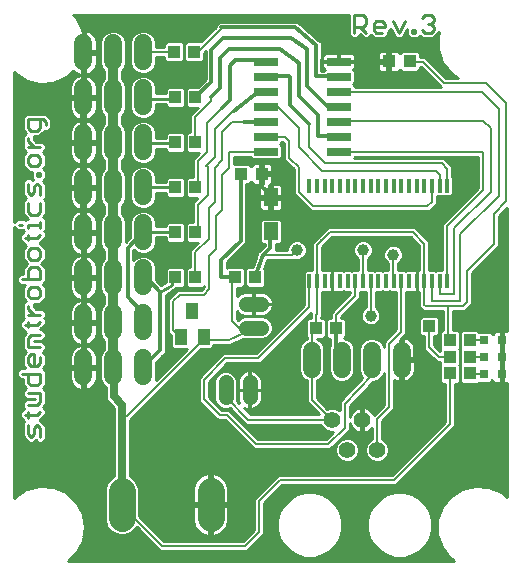
<source format=gbr>
G75*
G70*
%OFA0B0*%
%FSLAX24Y24*%
%IPPOS*%
%LPD*%
%AMOC8*
5,1,8,0,0,1.08239X$1,22.5*
%
%ADD10C,0.0110*%
%ADD11C,0.0550*%
%ADD12C,0.0600*%
%ADD13R,0.0413X0.0425*%
%ADD14R,0.0800X0.0260*%
%ADD15R,0.0394X0.0433*%
%ADD16R,0.0472X0.0591*%
%ADD17C,0.0500*%
%ADD18R,0.0118X0.0453*%
%ADD19R,0.0394X0.0551*%
%ADD20C,0.0886*%
%ADD21R,0.0315X0.0315*%
%ADD22C,0.0100*%
%ADD23C,0.0118*%
%ADD24C,0.0079*%
%ADD25C,0.0396*%
%ADD26C,0.0320*%
%ADD27C,0.0276*%
%ADD28R,0.0396X0.0396*%
D10*
X001179Y006881D02*
X001080Y006979D01*
X001080Y007275D01*
X001277Y007176D02*
X001277Y006979D01*
X001179Y006881D01*
X001474Y006881D02*
X001474Y007176D01*
X001376Y007275D01*
X001277Y007176D01*
X001080Y007525D02*
X001080Y007722D01*
X000982Y007624D02*
X001376Y007624D01*
X001474Y007722D01*
X001376Y007955D02*
X001474Y008054D01*
X001474Y008349D01*
X001080Y008349D01*
X001179Y008600D02*
X001080Y008698D01*
X001080Y008993D01*
X000883Y008993D02*
X001474Y008993D01*
X001474Y008698D01*
X001376Y008600D01*
X001179Y008600D01*
X001179Y009244D02*
X001080Y009343D01*
X001080Y009539D01*
X001179Y009638D01*
X001277Y009638D01*
X001277Y009244D01*
X001179Y009244D02*
X001376Y009244D01*
X001474Y009343D01*
X001474Y009539D01*
X001474Y009889D02*
X001080Y009889D01*
X001080Y010184D01*
X001179Y010282D01*
X001474Y010282D01*
X001376Y010632D02*
X000982Y010632D01*
X001080Y010730D02*
X001080Y010533D01*
X001376Y010632D02*
X001474Y010730D01*
X001474Y010963D02*
X001080Y010963D01*
X001080Y011160D02*
X001080Y011258D01*
X001080Y011160D02*
X001277Y010963D01*
X001179Y011500D02*
X001080Y011598D01*
X001080Y011795D01*
X001179Y011894D01*
X001376Y011894D01*
X001474Y011795D01*
X001474Y011598D01*
X001376Y011500D01*
X001179Y011500D01*
X001080Y012145D02*
X001080Y012440D01*
X001179Y012538D01*
X001376Y012538D01*
X001474Y012440D01*
X001474Y012145D01*
X000883Y012145D01*
X001179Y012789D02*
X001080Y012887D01*
X001080Y013084D01*
X001179Y013183D01*
X001376Y013183D01*
X001474Y013084D01*
X001474Y012887D01*
X001376Y012789D01*
X001179Y012789D01*
X001080Y013434D02*
X001080Y013630D01*
X000982Y013532D02*
X001376Y013532D01*
X001474Y013630D01*
X001474Y013863D02*
X001474Y014060D01*
X001474Y013962D02*
X001080Y013962D01*
X001080Y013863D01*
X000883Y013962D02*
X000785Y013962D01*
X001179Y014293D02*
X001080Y014391D01*
X001080Y014687D01*
X001179Y014937D02*
X001080Y015036D01*
X001080Y015331D01*
X001277Y015233D02*
X001277Y015036D01*
X001179Y014937D01*
X001474Y014937D02*
X001474Y015233D01*
X001376Y015331D01*
X001277Y015233D01*
X001376Y015582D02*
X001376Y015680D01*
X001474Y015680D01*
X001474Y015582D01*
X001376Y015582D01*
X001376Y015904D02*
X001179Y015904D01*
X001080Y016003D01*
X001080Y016199D01*
X001179Y016298D01*
X001376Y016298D01*
X001474Y016199D01*
X001474Y016003D01*
X001376Y015904D01*
X001474Y016549D02*
X001080Y016549D01*
X001080Y016746D02*
X001080Y016844D01*
X001080Y016746D02*
X001277Y016549D01*
X001179Y017086D02*
X001080Y017184D01*
X001080Y017480D01*
X001572Y017480D01*
X001671Y017381D01*
X001671Y017283D01*
X001474Y017184D02*
X001474Y017480D01*
X001474Y017184D02*
X001376Y017086D01*
X001179Y017086D01*
X001474Y014687D02*
X001474Y014391D01*
X001376Y014293D01*
X001179Y014293D01*
X001080Y007955D02*
X001376Y007955D01*
X011944Y020361D02*
X011944Y020952D01*
X012240Y020952D01*
X012338Y020853D01*
X012338Y020656D01*
X012240Y020558D01*
X011944Y020558D01*
X012141Y020558D02*
X012338Y020361D01*
X012589Y020460D02*
X012589Y020656D01*
X012687Y020755D01*
X012884Y020755D01*
X012983Y020656D01*
X012983Y020558D01*
X012589Y020558D01*
X012589Y020460D02*
X012687Y020361D01*
X012884Y020361D01*
X013234Y020755D02*
X013430Y020361D01*
X013627Y020755D01*
X013878Y020460D02*
X013976Y020460D01*
X013976Y020361D01*
X013878Y020361D01*
X013878Y020460D01*
X014200Y020460D02*
X014299Y020361D01*
X014496Y020361D01*
X014594Y020460D01*
X014594Y020558D01*
X014496Y020656D01*
X014397Y020656D01*
X014496Y020656D02*
X014594Y020755D01*
X014594Y020853D01*
X014496Y020952D01*
X014299Y020952D01*
X014200Y020853D01*
D11*
X012211Y007451D03*
X011711Y006451D03*
X012711Y006451D03*
X011211Y007451D03*
D12*
X011526Y009161D02*
X011526Y009761D01*
X010526Y009761D02*
X010526Y009161D01*
X012526Y009161D02*
X012526Y009761D01*
X013526Y009761D02*
X013526Y009161D01*
X004910Y008901D02*
X004910Y009501D01*
X004910Y010401D02*
X004910Y011001D01*
X004910Y011901D02*
X004910Y012501D01*
X004910Y013401D02*
X004910Y014001D01*
X004910Y014901D02*
X004910Y015501D01*
X004910Y016401D02*
X004910Y017001D01*
X004910Y017901D02*
X004910Y018501D01*
X004911Y019401D02*
X004911Y020001D01*
X003911Y020001D02*
X003911Y019401D01*
X003910Y018501D02*
X003910Y017901D01*
X003910Y017001D02*
X003910Y016401D01*
X003910Y015501D02*
X003910Y014901D01*
X003910Y014001D02*
X003910Y013401D01*
X003910Y012501D02*
X003910Y011901D01*
X003910Y011001D02*
X003910Y010401D01*
X003910Y009501D02*
X003910Y008901D01*
X002910Y008901D02*
X002910Y009501D01*
X002910Y010401D02*
X002910Y011001D01*
X002910Y011901D02*
X002910Y012501D01*
X002910Y013401D02*
X002910Y014001D01*
X002910Y014901D02*
X002910Y015501D01*
X002910Y016401D02*
X002910Y017001D01*
X002910Y017901D02*
X002910Y018501D01*
X002911Y019401D02*
X002911Y020001D01*
D13*
X008174Y015657D03*
X008863Y015657D03*
X013101Y019400D03*
X013790Y019400D03*
D14*
X011435Y019392D03*
X011435Y018892D03*
X011435Y018392D03*
X011435Y017892D03*
X011435Y017392D03*
X011435Y016892D03*
X011435Y016392D03*
X009015Y016392D03*
X009015Y016892D03*
X009015Y017392D03*
X009015Y017892D03*
X009015Y018392D03*
X009015Y018892D03*
X009015Y019392D03*
D15*
X006652Y018201D03*
X005983Y018201D03*
X005983Y016701D03*
X006652Y016701D03*
X006652Y015201D03*
X005983Y015201D03*
X005983Y013701D03*
X006652Y013701D03*
X006652Y012201D03*
X005983Y012201D03*
X007969Y012204D03*
X008639Y012204D03*
X010666Y010504D03*
X011335Y010504D03*
X015132Y010103D03*
X015132Y009551D03*
X015132Y009000D03*
X015802Y009000D03*
X015802Y009551D03*
X015802Y010103D03*
X006613Y019721D03*
X005943Y019721D03*
D16*
X009160Y014874D03*
X009160Y013733D03*
D17*
X008847Y011323D02*
X008347Y011323D01*
X008347Y010523D02*
X008847Y010523D01*
X008462Y008705D02*
X008462Y008205D01*
X007662Y008205D02*
X007662Y008705D01*
D18*
X010447Y012087D03*
X010703Y012087D03*
X010959Y012087D03*
X011215Y012087D03*
X011471Y012087D03*
X011727Y012087D03*
X011983Y012087D03*
X012239Y012087D03*
X012495Y012087D03*
X012751Y012087D03*
X013006Y012087D03*
X013262Y012087D03*
X013518Y012087D03*
X013774Y012087D03*
X014030Y012087D03*
X014286Y012087D03*
X014542Y012087D03*
X014798Y012087D03*
X015054Y012087D03*
X015054Y015256D03*
X014798Y015256D03*
X014542Y015256D03*
X014286Y015256D03*
X014030Y015256D03*
X013774Y015256D03*
X013518Y015256D03*
X013262Y015256D03*
X013006Y015256D03*
X012751Y015256D03*
X012495Y015256D03*
X012239Y015256D03*
X011983Y015256D03*
X011727Y015256D03*
X011471Y015256D03*
X011215Y015256D03*
X010959Y015256D03*
X010703Y015256D03*
X010447Y015256D03*
D19*
X006554Y011087D03*
X006928Y010221D03*
X006180Y010221D03*
D20*
X007156Y005073D02*
X007156Y004187D01*
X004203Y004187D02*
X004203Y005073D01*
D21*
X016270Y008985D03*
X016274Y009551D03*
X016274Y010103D03*
X016865Y010103D03*
X016865Y009551D03*
X016861Y008985D03*
D22*
X002676Y003019D02*
X002392Y002757D01*
X015287Y002757D01*
X015146Y002850D01*
X015146Y002850D01*
X015146Y002850D01*
X014865Y003211D01*
X014865Y003211D01*
X014716Y003644D01*
X014716Y003644D01*
X014716Y004101D01*
X014716Y004101D01*
X014865Y004534D01*
X014865Y004534D01*
X015146Y004895D01*
X015146Y004895D01*
X015529Y005145D01*
X015529Y005145D01*
X015972Y005257D01*
X015972Y005257D01*
X016428Y005220D01*
X016428Y005220D01*
X016847Y005036D01*
X016847Y005036D01*
X017025Y004872D01*
X017025Y008677D01*
X016890Y008677D01*
X016890Y008956D01*
X016832Y008956D01*
X016832Y008677D01*
X016641Y008677D01*
X016553Y008765D01*
X016553Y008771D01*
X016481Y008698D01*
X016095Y008698D01*
X016052Y008655D01*
X015552Y008655D01*
X015476Y008730D01*
X015476Y009270D01*
X015482Y009276D01*
X015476Y009282D01*
X015476Y009821D01*
X015482Y009827D01*
X015476Y009833D01*
X015476Y010373D01*
X015552Y010448D01*
X016052Y010448D01*
X016111Y010389D01*
X016485Y010389D01*
X016557Y010317D01*
X016557Y010322D01*
X016645Y010410D01*
X016836Y010410D01*
X016836Y010132D01*
X016893Y010132D01*
X016893Y010410D01*
X017025Y010410D01*
X017025Y014523D01*
X016777Y014250D01*
X016777Y013381D01*
X016784Y013374D01*
X016784Y013235D01*
X016686Y013136D01*
X016671Y013136D01*
X015871Y012336D01*
X015871Y011313D01*
X015773Y011214D01*
X015773Y011214D01*
X015635Y011076D01*
X015496Y011076D01*
X015241Y011076D01*
X015241Y010448D01*
X015383Y010448D01*
X015458Y010373D01*
X015458Y009833D01*
X015452Y009827D01*
X015458Y009821D01*
X015458Y009282D01*
X015452Y009276D01*
X015458Y009270D01*
X015458Y008730D01*
X015383Y008655D01*
X015301Y008655D01*
X015301Y007397D01*
X015301Y007257D01*
X013430Y005387D01*
X013332Y005289D01*
X009552Y005289D01*
X008942Y004679D01*
X008942Y003794D01*
X008942Y003655D01*
X008470Y003183D01*
X008371Y003084D01*
X005615Y003084D01*
X005476Y003084D01*
X004691Y003870D01*
X004688Y003864D01*
X004527Y003703D01*
X004317Y003616D01*
X004090Y003616D01*
X003879Y003703D01*
X003719Y003864D01*
X003632Y004074D01*
X003632Y005187D01*
X003719Y005397D01*
X003879Y005558D01*
X003941Y005583D01*
X003941Y006585D01*
X003941Y007530D01*
X003941Y007847D01*
X003781Y008007D01*
X003781Y008007D01*
X003706Y008082D01*
X003665Y008180D01*
X003665Y008540D01*
X003547Y008658D01*
X003481Y008816D01*
X003481Y009586D01*
X003547Y009744D01*
X003621Y009819D01*
X003621Y010084D01*
X003547Y010158D01*
X003481Y010316D01*
X003481Y011086D01*
X003547Y011244D01*
X003621Y011319D01*
X003621Y011584D01*
X003547Y011658D01*
X003481Y011816D01*
X003481Y012586D01*
X003547Y012744D01*
X003621Y012819D01*
X003621Y013084D01*
X003547Y013158D01*
X003481Y013316D01*
X003481Y014086D01*
X003547Y014244D01*
X003621Y014319D01*
X003621Y014584D01*
X003547Y014658D01*
X003481Y014816D01*
X003481Y015586D01*
X003547Y015744D01*
X003621Y015819D01*
X003621Y016084D01*
X003547Y016158D01*
X003481Y016316D01*
X003481Y017086D01*
X003547Y017244D01*
X003621Y017319D01*
X003621Y017584D01*
X003547Y017658D01*
X003481Y017816D01*
X003481Y018586D01*
X003547Y018744D01*
X003622Y018819D01*
X003622Y019084D01*
X003548Y019158D01*
X003297Y019158D01*
X003293Y019146D02*
X003361Y019312D01*
X003361Y019651D01*
X002961Y019651D01*
X002961Y018951D01*
X003001Y018951D01*
X003166Y019020D01*
X003293Y019146D01*
X003338Y019256D02*
X003507Y019256D01*
X003482Y019316D02*
X003548Y019158D01*
X003622Y019059D02*
X003206Y019059D01*
X003165Y018883D02*
X002999Y018951D01*
X002960Y018951D01*
X002960Y018251D01*
X003360Y018251D01*
X003360Y018591D01*
X003291Y018756D01*
X003165Y018883D01*
X003185Y018862D02*
X003622Y018862D01*
X003622Y018961D02*
X003024Y018961D01*
X002961Y018961D02*
X002861Y018961D01*
X002861Y018951D02*
X002861Y019533D01*
X002885Y019576D01*
X002897Y019651D01*
X002961Y019651D01*
X002961Y019751D01*
X002914Y019751D01*
X002959Y020024D01*
X002885Y020472D01*
X002668Y020871D01*
X002668Y020872D01*
X002581Y020952D01*
X011761Y020952D01*
X011761Y020876D01*
X011761Y020634D01*
X011761Y020482D01*
X011761Y020285D01*
X011868Y020177D01*
X012021Y020177D01*
X012128Y020285D01*
X012128Y020311D01*
X012262Y020177D01*
X012414Y020177D01*
X012513Y020276D01*
X012611Y020177D01*
X012763Y020177D01*
X012960Y020177D01*
X013068Y020285D01*
X013068Y020383D01*
X013165Y020481D01*
X013260Y020291D01*
X013280Y020231D01*
X013293Y020224D01*
X013300Y020211D01*
X013360Y020191D01*
X013416Y020163D01*
X013430Y020168D01*
X013444Y020163D01*
X013501Y020191D01*
X013561Y020211D01*
X013567Y020224D01*
X013581Y020231D01*
X013600Y020291D01*
X013694Y020478D01*
X013694Y020437D01*
X013694Y020285D01*
X013802Y020177D01*
X014053Y020177D01*
X014138Y020263D01*
X014223Y020177D01*
X014375Y020177D01*
X014572Y020177D01*
X014641Y020247D01*
X014670Y020276D01*
X014708Y020314D01*
X014762Y020368D01*
X014726Y020262D01*
X014726Y019805D01*
X014875Y019372D01*
X015156Y019011D01*
X015397Y018853D01*
X015005Y018853D01*
X014316Y019542D01*
X014177Y019542D01*
X014125Y019542D01*
X014125Y019666D01*
X014050Y019741D01*
X013530Y019741D01*
X013458Y019669D01*
X013458Y019675D01*
X013370Y019762D01*
X013151Y019762D01*
X013151Y019450D01*
X013051Y019450D01*
X013051Y019762D01*
X012832Y019762D01*
X012744Y019675D01*
X012744Y019450D01*
X013051Y019450D01*
X013051Y019350D01*
X012744Y019350D01*
X012744Y019125D01*
X012832Y019037D01*
X013051Y019037D01*
X013051Y019350D01*
X013151Y019350D01*
X013151Y019037D01*
X013370Y019037D01*
X013458Y019125D01*
X013458Y019131D01*
X013530Y019059D01*
X014050Y019059D01*
X014125Y019134D01*
X014125Y019206D01*
X014177Y019206D01*
X014767Y018616D01*
X014825Y018558D01*
X011964Y018558D01*
X011964Y018575D01*
X011897Y018642D01*
X011964Y018709D01*
X011964Y019075D01*
X011912Y019127D01*
X011985Y019200D01*
X011985Y019377D01*
X011450Y019377D01*
X011450Y019407D01*
X011985Y019407D01*
X011985Y019584D01*
X011897Y019672D01*
X011450Y019672D01*
X011450Y019407D01*
X011420Y019407D01*
X011420Y019672D01*
X010973Y019672D01*
X010885Y019584D01*
X010885Y019407D01*
X011420Y019407D01*
X011420Y019377D01*
X010885Y019377D01*
X010885Y019200D01*
X010958Y019127D01*
X010921Y019090D01*
X010855Y019090D01*
X010870Y019876D01*
X010878Y019885D01*
X010872Y019952D01*
X010873Y020019D01*
X010865Y020028D01*
X010864Y020040D01*
X010812Y020083D01*
X010765Y020131D01*
X010753Y020132D01*
X010102Y020675D01*
X010053Y020724D01*
X010043Y020724D01*
X010035Y020730D01*
X009966Y020724D01*
X007437Y020724D01*
X007327Y020614D01*
X007327Y020546D01*
X006846Y020066D01*
X006363Y020066D01*
X006287Y019991D01*
X006287Y019451D01*
X006363Y019376D01*
X006863Y019376D01*
X006938Y019451D01*
X006938Y019683D01*
X006992Y019736D01*
X006992Y019710D01*
X006992Y018806D01*
X006732Y018546D01*
X006402Y018546D01*
X006327Y018471D01*
X006327Y017931D01*
X006402Y017856D01*
X006723Y017856D01*
X006480Y017613D01*
X006480Y017474D01*
X006480Y017046D01*
X006402Y017046D01*
X006327Y016971D01*
X006327Y016431D01*
X006402Y016356D01*
X006778Y016356D01*
X006657Y016235D01*
X006559Y016137D01*
X006559Y015546D01*
X006402Y015546D01*
X006327Y015471D01*
X006327Y014931D01*
X006402Y014856D01*
X006715Y014856D01*
X006657Y014798D01*
X006559Y014700D01*
X006559Y014046D01*
X006402Y014046D01*
X006327Y013971D01*
X006327Y013431D01*
X006402Y013356D01*
X006731Y013356D01*
X006579Y013204D01*
X006480Y013105D01*
X006480Y012546D01*
X006402Y012546D01*
X006327Y012471D01*
X006327Y011931D01*
X006402Y011856D01*
X006902Y011856D01*
X006953Y011906D01*
X006953Y011885D01*
X006854Y011786D01*
X006206Y011786D01*
X006067Y011786D01*
X005850Y011570D01*
X005752Y011471D01*
X005663Y011471D01*
X005752Y011471D02*
X005752Y010507D01*
X005752Y010368D01*
X005854Y010265D01*
X005854Y009892D01*
X005929Y009816D01*
X006357Y009816D01*
X005326Y008786D01*
X005339Y008816D01*
X005339Y009364D01*
X005553Y009578D01*
X005663Y009688D01*
X005663Y011628D01*
X005910Y011774D01*
X005935Y011774D01*
X005971Y011811D01*
X006016Y011837D01*
X006020Y011856D01*
X006233Y011856D01*
X006308Y011931D01*
X006308Y012471D01*
X006233Y012546D01*
X005733Y012546D01*
X005657Y012471D01*
X005657Y012040D01*
X005511Y011954D01*
X005339Y012126D01*
X005339Y012586D01*
X005273Y012744D01*
X005153Y012865D01*
X004995Y012930D01*
X004825Y012930D01*
X004667Y012865D01*
X004584Y012781D01*
X004584Y013110D01*
X004590Y013115D01*
X004667Y013038D01*
X004825Y012972D01*
X004995Y012972D01*
X005153Y013038D01*
X005273Y013158D01*
X005339Y013316D01*
X005339Y013546D01*
X005657Y013546D01*
X005657Y013431D01*
X005733Y013356D01*
X006233Y013356D01*
X006308Y013431D01*
X006308Y013971D01*
X006233Y014046D01*
X005733Y014046D01*
X005657Y013971D01*
X005657Y013903D01*
X005339Y013903D01*
X005339Y014086D01*
X005273Y014244D01*
X005153Y014365D01*
X004995Y014430D01*
X004825Y014430D01*
X004667Y014365D01*
X004547Y014244D01*
X004481Y014086D01*
X004481Y013538D01*
X004339Y013395D01*
X004339Y014086D01*
X004273Y014244D01*
X004199Y014319D01*
X004199Y014584D01*
X004273Y014658D01*
X004339Y014816D01*
X004339Y015586D01*
X004273Y015744D01*
X004199Y015819D01*
X004199Y016084D01*
X004273Y016158D01*
X004339Y016316D01*
X004339Y017086D01*
X004273Y017244D01*
X004199Y017319D01*
X004199Y017584D01*
X004273Y017658D01*
X004339Y017816D01*
X004339Y018586D01*
X004273Y018744D01*
X004199Y018818D01*
X004199Y019083D01*
X004275Y019158D01*
X004340Y019316D01*
X004340Y020086D01*
X004275Y020244D01*
X004154Y020365D01*
X003996Y020430D01*
X003826Y020430D01*
X003668Y020365D01*
X003548Y020244D01*
X003482Y020086D01*
X003482Y019316D01*
X003482Y019355D02*
X003361Y019355D01*
X003361Y019453D02*
X003482Y019453D01*
X003482Y019552D02*
X003361Y019552D01*
X003361Y019651D02*
X003482Y019651D01*
X003482Y019749D02*
X002961Y019749D01*
X002961Y019751D02*
X003361Y019751D01*
X003361Y020091D01*
X003293Y020256D01*
X003166Y020383D01*
X003001Y020451D01*
X002961Y020451D01*
X002961Y019751D01*
X002961Y019848D02*
X002930Y019848D01*
X002946Y019946D02*
X002961Y019946D01*
X002956Y020045D02*
X002961Y020045D01*
X002961Y020143D02*
X002939Y020143D01*
X002923Y020242D02*
X002961Y020242D01*
X002961Y020340D02*
X002906Y020340D01*
X002890Y020439D02*
X002961Y020439D01*
X003030Y020439D02*
X007219Y020439D01*
X007121Y020340D02*
X005178Y020340D01*
X005154Y020365D02*
X005275Y020244D01*
X005340Y020086D01*
X005340Y019869D01*
X005618Y019869D01*
X005618Y019991D01*
X005693Y020066D01*
X006194Y020066D01*
X006269Y019991D01*
X006269Y019451D01*
X006194Y019376D01*
X005693Y019376D01*
X005618Y019451D01*
X005618Y019533D01*
X005340Y019533D01*
X005340Y019316D01*
X005275Y019158D01*
X005154Y019038D01*
X004996Y018972D01*
X004826Y018972D01*
X004668Y019038D01*
X004548Y019158D01*
X004274Y019158D01*
X004315Y019256D02*
X004507Y019256D01*
X004482Y019316D02*
X004548Y019158D01*
X004647Y019059D02*
X004199Y019059D01*
X004199Y018961D02*
X006992Y018961D01*
X006992Y019059D02*
X005176Y019059D01*
X005274Y019158D02*
X006992Y019158D01*
X006992Y019256D02*
X005315Y019256D01*
X005340Y019355D02*
X006992Y019355D01*
X006992Y019453D02*
X006938Y019453D01*
X006938Y019552D02*
X006992Y019552D01*
X006992Y019651D02*
X006938Y019651D01*
X006924Y020143D02*
X005316Y020143D01*
X005340Y020045D02*
X005672Y020045D01*
X005618Y019946D02*
X005340Y019946D01*
X005276Y020242D02*
X007022Y020242D01*
X007318Y020537D02*
X002849Y020537D01*
X002885Y020472D02*
X002885Y020472D01*
X002796Y020636D02*
X007349Y020636D01*
X006341Y020045D02*
X006215Y020045D01*
X006269Y019946D02*
X006287Y019946D01*
X006287Y019848D02*
X006269Y019848D01*
X006269Y019749D02*
X006287Y019749D01*
X006287Y019651D02*
X006269Y019651D01*
X006269Y019552D02*
X006287Y019552D01*
X006287Y019453D02*
X006269Y019453D01*
X005618Y019453D02*
X005340Y019453D01*
X005153Y018865D02*
X004995Y018930D01*
X004825Y018930D01*
X004667Y018865D01*
X004547Y018744D01*
X004481Y018586D01*
X004481Y017816D01*
X004547Y017658D01*
X004667Y017538D01*
X004825Y017472D01*
X004995Y017472D01*
X005153Y017538D01*
X005273Y017658D01*
X005339Y017816D01*
X005339Y017975D01*
X005657Y017975D01*
X005657Y017931D01*
X005733Y017856D01*
X006233Y017856D01*
X006308Y017931D01*
X006308Y018471D01*
X006233Y018546D01*
X005733Y018546D01*
X005657Y018471D01*
X005657Y018333D01*
X005339Y018333D01*
X005339Y018586D01*
X005273Y018744D01*
X005153Y018865D01*
X005155Y018862D02*
X006992Y018862D01*
X006949Y018764D02*
X005254Y018764D01*
X005306Y018665D02*
X006851Y018665D01*
X006752Y018567D02*
X005339Y018567D01*
X005339Y018468D02*
X005657Y018468D01*
X005657Y018369D02*
X005339Y018369D01*
X004957Y018154D02*
X006030Y018154D01*
X005983Y018201D01*
X006030Y018154D02*
X006058Y018154D01*
X006308Y018172D02*
X006327Y018172D01*
X006327Y018074D02*
X006308Y018074D01*
X006308Y017975D02*
X006327Y017975D01*
X006381Y017877D02*
X006254Y017877D01*
X006547Y017680D02*
X005282Y017680D01*
X005323Y017778D02*
X006645Y017778D01*
X006480Y017581D02*
X005196Y017581D01*
X005020Y017483D02*
X006480Y017483D01*
X006480Y017384D02*
X005106Y017384D01*
X005153Y017365D02*
X004995Y017430D01*
X004825Y017430D01*
X004667Y017365D01*
X004547Y017244D01*
X004481Y017086D01*
X004481Y016316D01*
X004547Y016158D01*
X004667Y016038D01*
X004825Y015972D01*
X004995Y015972D01*
X005153Y016038D01*
X005273Y016158D01*
X005339Y016316D01*
X005339Y016499D01*
X005657Y016499D01*
X005657Y016431D01*
X005733Y016356D01*
X006233Y016356D01*
X006308Y016431D01*
X006308Y016971D01*
X006233Y017046D01*
X005733Y017046D01*
X005657Y016971D01*
X005657Y016856D01*
X005339Y016856D01*
X005339Y017086D01*
X005273Y017244D01*
X005153Y017365D01*
X005232Y017286D02*
X006480Y017286D01*
X006480Y017187D02*
X005297Y017187D01*
X005338Y017088D02*
X006480Y017088D01*
X006345Y016990D02*
X006289Y016990D01*
X006308Y016891D02*
X006327Y016891D01*
X006327Y016793D02*
X006308Y016793D01*
X006308Y016694D02*
X006327Y016694D01*
X006327Y016596D02*
X006308Y016596D01*
X006308Y016497D02*
X006327Y016497D01*
X006359Y016399D02*
X006276Y016399D01*
X006624Y016202D02*
X005291Y016202D01*
X005332Y016300D02*
X006722Y016300D01*
X006559Y016103D02*
X005218Y016103D01*
X005073Y016004D02*
X006559Y016004D01*
X006559Y015906D02*
X005053Y015906D01*
X004995Y015930D02*
X004825Y015930D01*
X004667Y015865D01*
X004547Y015744D01*
X004481Y015586D01*
X004481Y014816D01*
X004547Y014658D01*
X004667Y014538D01*
X004825Y014472D01*
X004995Y014472D01*
X005153Y014538D01*
X005273Y014658D01*
X005339Y014816D01*
X005339Y015022D01*
X005657Y015022D01*
X005657Y014931D01*
X005733Y014856D01*
X006233Y014856D01*
X006308Y014931D01*
X006308Y015471D01*
X006233Y015546D01*
X005733Y015546D01*
X005657Y015471D01*
X005657Y015380D01*
X005339Y015380D01*
X005339Y015586D01*
X005273Y015744D01*
X005153Y015865D01*
X004995Y015930D01*
X005210Y015807D02*
X006559Y015807D01*
X006559Y015709D02*
X005288Y015709D01*
X005329Y015610D02*
X006559Y015610D01*
X006367Y015512D02*
X006268Y015512D01*
X006308Y015413D02*
X006327Y015413D01*
X006327Y015315D02*
X006308Y015315D01*
X006308Y015216D02*
X006327Y015216D01*
X006327Y015118D02*
X006308Y015118D01*
X006308Y015019D02*
X006327Y015019D01*
X006337Y014920D02*
X006298Y014920D01*
X006582Y014723D02*
X005300Y014723D01*
X005339Y014822D02*
X006681Y014822D01*
X006559Y014625D02*
X005240Y014625D01*
X005125Y014526D02*
X006559Y014526D01*
X006559Y014428D02*
X005000Y014428D01*
X004820Y014428D02*
X004199Y014428D01*
X004199Y014526D02*
X004694Y014526D01*
X004580Y014625D02*
X004240Y014625D01*
X004300Y014723D02*
X004520Y014723D01*
X004481Y014822D02*
X004339Y014822D01*
X004339Y014920D02*
X004481Y014920D01*
X004481Y015019D02*
X004339Y015019D01*
X004339Y015118D02*
X004481Y015118D01*
X004481Y015216D02*
X004339Y015216D01*
X004339Y015315D02*
X004481Y015315D01*
X004481Y015413D02*
X004339Y015413D01*
X004339Y015512D02*
X004481Y015512D01*
X004491Y015610D02*
X004329Y015610D01*
X004288Y015709D02*
X004532Y015709D01*
X004610Y015807D02*
X004210Y015807D01*
X004199Y015906D02*
X004767Y015906D01*
X004747Y016004D02*
X004199Y016004D01*
X004218Y016103D02*
X004602Y016103D01*
X004529Y016202D02*
X004291Y016202D01*
X004332Y016300D02*
X004488Y016300D01*
X004481Y016399D02*
X004339Y016399D01*
X004339Y016497D02*
X004481Y016497D01*
X004481Y016596D02*
X004339Y016596D01*
X004339Y016694D02*
X004481Y016694D01*
X004481Y016793D02*
X004339Y016793D01*
X004339Y016891D02*
X004481Y016891D01*
X004481Y016990D02*
X004339Y016990D01*
X004338Y017088D02*
X004482Y017088D01*
X004523Y017187D02*
X004297Y017187D01*
X004232Y017286D02*
X004588Y017286D01*
X004714Y017384D02*
X004199Y017384D01*
X004199Y017483D02*
X004800Y017483D01*
X004624Y017581D02*
X004199Y017581D01*
X004282Y017680D02*
X004538Y017680D01*
X004497Y017778D02*
X004323Y017778D01*
X004339Y017877D02*
X004481Y017877D01*
X004481Y017975D02*
X004339Y017975D01*
X004339Y018074D02*
X004481Y018074D01*
X004481Y018172D02*
X004339Y018172D01*
X004339Y018271D02*
X004481Y018271D01*
X004481Y018369D02*
X004339Y018369D01*
X004339Y018468D02*
X004481Y018468D01*
X004481Y018567D02*
X004339Y018567D01*
X004306Y018665D02*
X004514Y018665D01*
X004566Y018764D02*
X004254Y018764D01*
X004199Y018862D02*
X004665Y018862D01*
X004482Y019316D02*
X004482Y020086D01*
X004548Y020244D01*
X004668Y020365D01*
X004826Y020430D01*
X004996Y020430D01*
X005154Y020365D01*
X004644Y020340D02*
X004178Y020340D01*
X004276Y020242D02*
X004547Y020242D01*
X004506Y020143D02*
X004316Y020143D01*
X004340Y020045D02*
X004482Y020045D01*
X004482Y019946D02*
X004340Y019946D01*
X004340Y019848D02*
X004482Y019848D01*
X004482Y019749D02*
X004340Y019749D01*
X004340Y019651D02*
X004482Y019651D01*
X004482Y019552D02*
X004340Y019552D01*
X004340Y019453D02*
X004482Y019453D01*
X004482Y019355D02*
X004340Y019355D01*
X003566Y018764D02*
X003284Y018764D01*
X003329Y018665D02*
X003514Y018665D01*
X003481Y018567D02*
X003360Y018567D01*
X003360Y018468D02*
X003481Y018468D01*
X003481Y018369D02*
X003360Y018369D01*
X003360Y018271D02*
X003481Y018271D01*
X003481Y018172D02*
X002960Y018172D01*
X002960Y018151D02*
X002960Y018251D01*
X002860Y018251D01*
X002860Y018151D01*
X002960Y018151D01*
X002960Y017451D01*
X002960Y016751D01*
X003360Y016751D01*
X003360Y017091D01*
X003291Y017256D01*
X003165Y017383D01*
X002999Y017451D01*
X003165Y017520D01*
X003291Y017646D01*
X003360Y017812D01*
X003360Y018151D01*
X002960Y018151D01*
X002960Y018074D02*
X002860Y018074D01*
X002860Y018151D02*
X002860Y017451D01*
X002820Y017451D01*
X002655Y017520D01*
X002529Y017646D01*
X002460Y017812D01*
X002460Y018151D01*
X002860Y018151D01*
X002860Y018172D02*
X000602Y018172D01*
X000602Y018074D02*
X002460Y018074D01*
X002460Y017975D02*
X000602Y017975D01*
X000602Y017877D02*
X002460Y017877D01*
X002474Y017778D02*
X000602Y017778D01*
X000602Y017680D02*
X002515Y017680D01*
X002594Y017581D02*
X001730Y017581D01*
X001756Y017556D02*
X001648Y017663D01*
X001550Y017663D01*
X001398Y017663D01*
X001156Y017663D01*
X001004Y017663D01*
X000896Y017556D01*
X000896Y017260D01*
X000896Y017108D01*
X000966Y017038D01*
X000991Y017014D01*
X000896Y016920D01*
X000896Y016669D01*
X000919Y016647D01*
X000896Y016625D01*
X000896Y016473D01*
X000995Y016374D01*
X000896Y016276D01*
X000896Y016079D01*
X000896Y015926D01*
X000966Y015857D01*
X001004Y015819D01*
X001004Y015819D01*
X001033Y015790D01*
X001103Y015721D01*
X001192Y015721D01*
X001192Y015604D01*
X001192Y015506D01*
X001241Y015457D01*
X001228Y015443D01*
X001156Y015515D01*
X001004Y015515D01*
X000896Y015407D01*
X000896Y014960D01*
X000896Y014960D01*
X000964Y014892D01*
X000995Y014861D01*
X000896Y014763D01*
X000896Y014467D01*
X000896Y014315D01*
X000966Y014246D01*
X001004Y014208D01*
X001033Y014179D01*
X001066Y014145D01*
X001004Y014145D01*
X000982Y014123D01*
X000960Y014145D01*
X000709Y014145D01*
X000602Y014039D01*
X000602Y019063D01*
X000645Y019009D01*
X001025Y018760D01*
X001465Y018649D01*
X001918Y018686D01*
X002334Y018869D01*
X002580Y019095D01*
X002656Y019020D01*
X002822Y018951D01*
X002861Y018951D01*
X002860Y018951D02*
X002820Y018951D01*
X002655Y018883D01*
X002529Y018756D01*
X002460Y018591D01*
X002460Y018251D01*
X002860Y018251D01*
X002860Y018951D01*
X002798Y018961D02*
X002434Y018961D01*
X002334Y018869D02*
X002334Y018869D01*
X002319Y018862D02*
X002635Y018862D01*
X002536Y018764D02*
X002095Y018764D01*
X001918Y018686D02*
X001918Y018686D01*
X001664Y018665D02*
X002491Y018665D01*
X002460Y018567D02*
X000602Y018567D01*
X000602Y018665D02*
X001400Y018665D01*
X001465Y018649D02*
X001465Y018649D01*
X001025Y018760D02*
X001025Y018760D01*
X001019Y018764D02*
X000602Y018764D01*
X000602Y018862D02*
X000869Y018862D01*
X000718Y018961D02*
X000602Y018961D01*
X000645Y019009D02*
X000645Y019009D01*
X000645Y019009D01*
X000605Y019059D02*
X000602Y019059D01*
X000602Y018468D02*
X002460Y018468D01*
X002460Y018369D02*
X000602Y018369D01*
X000602Y018271D02*
X002460Y018271D01*
X002860Y018271D02*
X002960Y018271D01*
X002960Y018369D02*
X002860Y018369D01*
X002860Y018468D02*
X002960Y018468D01*
X002960Y018567D02*
X002860Y018567D01*
X002860Y018665D02*
X002960Y018665D01*
X002960Y018764D02*
X002860Y018764D01*
X002860Y018862D02*
X002960Y018862D01*
X002961Y019059D02*
X002861Y019059D01*
X002861Y019158D02*
X002961Y019158D01*
X002961Y019256D02*
X002861Y019256D01*
X002861Y019355D02*
X002961Y019355D01*
X002961Y019453D02*
X002861Y019453D01*
X002872Y019552D02*
X002961Y019552D01*
X002885Y019576D02*
X002885Y019576D01*
X002897Y019651D02*
X002961Y019651D01*
X003361Y019848D02*
X003482Y019848D01*
X003482Y019946D02*
X003361Y019946D01*
X003361Y020045D02*
X003482Y020045D01*
X003506Y020143D02*
X003339Y020143D01*
X003299Y020242D02*
X003547Y020242D01*
X003644Y020340D02*
X003208Y020340D01*
X002742Y020735D02*
X011761Y020735D01*
X011761Y020833D02*
X002689Y020833D01*
X002603Y020932D02*
X011761Y020932D01*
X011761Y020636D02*
X010148Y020636D01*
X010266Y020537D02*
X011761Y020537D01*
X011761Y020439D02*
X010384Y020439D01*
X010503Y020340D02*
X011761Y020340D01*
X011804Y020242D02*
X010621Y020242D01*
X010739Y020143D02*
X014726Y020143D01*
X014726Y020045D02*
X010858Y020045D01*
X010872Y019946D02*
X014726Y019946D01*
X014726Y019848D02*
X010870Y019848D01*
X010868Y019749D02*
X012819Y019749D01*
X012744Y019651D02*
X011919Y019651D01*
X011985Y019552D02*
X012744Y019552D01*
X012744Y019453D02*
X011985Y019453D01*
X011985Y019355D02*
X013051Y019355D01*
X013051Y019453D02*
X013151Y019453D01*
X013151Y019552D02*
X013051Y019552D01*
X013051Y019651D02*
X013151Y019651D01*
X013151Y019749D02*
X013051Y019749D01*
X013383Y019749D02*
X014745Y019749D01*
X014779Y019651D02*
X014125Y019651D01*
X014125Y019552D02*
X014813Y019552D01*
X014847Y019453D02*
X014405Y019453D01*
X014504Y019355D02*
X014888Y019355D01*
X014875Y019372D02*
X014875Y019372D01*
X014965Y019256D02*
X014602Y019256D01*
X014701Y019158D02*
X015042Y019158D01*
X015118Y019059D02*
X014799Y019059D01*
X014898Y018961D02*
X015233Y018961D01*
X015156Y019011D02*
X015156Y019011D01*
X014996Y018862D02*
X015384Y018862D01*
X014817Y018567D02*
X011964Y018567D01*
X011920Y018665D02*
X014718Y018665D01*
X014620Y018764D02*
X011964Y018764D01*
X011964Y018862D02*
X014521Y018862D01*
X014422Y018961D02*
X011964Y018961D01*
X011964Y019059D02*
X012810Y019059D01*
X012744Y019158D02*
X011943Y019158D01*
X011985Y019256D02*
X012744Y019256D01*
X013051Y019256D02*
X013151Y019256D01*
X013151Y019158D02*
X013051Y019158D01*
X013051Y019059D02*
X013151Y019059D01*
X013392Y019059D02*
X013529Y019059D01*
X014051Y019059D02*
X014324Y019059D01*
X014225Y019158D02*
X014125Y019158D01*
X014117Y020242D02*
X014158Y020242D01*
X013738Y020242D02*
X013584Y020242D01*
X013625Y020340D02*
X013694Y020340D01*
X013694Y020439D02*
X013675Y020439D01*
X013276Y020242D02*
X013025Y020242D01*
X013068Y020340D02*
X013235Y020340D01*
X013186Y020439D02*
X013123Y020439D01*
X012547Y020242D02*
X012479Y020242D01*
X012513Y020276D02*
X012513Y020276D01*
X012513Y020276D01*
X012198Y020242D02*
X012085Y020242D01*
X011450Y019651D02*
X011420Y019651D01*
X011420Y019552D02*
X011450Y019552D01*
X011450Y019453D02*
X011420Y019453D01*
X010951Y019651D02*
X010866Y019651D01*
X010864Y019552D02*
X010885Y019552D01*
X010885Y019453D02*
X010862Y019453D01*
X010860Y019355D02*
X010885Y019355D01*
X010885Y019256D02*
X010858Y019256D01*
X010856Y019158D02*
X010927Y019158D01*
X009553Y016724D02*
X009610Y016667D01*
X009610Y016255D01*
X009610Y016116D01*
X009925Y015801D01*
X009925Y015113D01*
X009925Y014974D01*
X010397Y014502D01*
X010496Y014403D01*
X014315Y014403D01*
X014454Y014403D01*
X014611Y014561D01*
X014710Y014659D01*
X014710Y014901D01*
X014910Y014901D01*
X014926Y014917D01*
X014941Y014901D01*
X015166Y014901D01*
X015241Y014976D01*
X015241Y015536D01*
X015222Y015556D01*
X015222Y015901D01*
X015123Y015999D01*
X014926Y016196D01*
X014787Y016196D01*
X011951Y016196D01*
X011964Y016209D01*
X011964Y016214D01*
X016067Y016214D01*
X016067Y015172D01*
X014886Y013991D01*
X014886Y013852D01*
X014886Y012442D01*
X014685Y012442D01*
X014670Y012426D01*
X014654Y012442D01*
X014454Y012442D01*
X014454Y013261D01*
X014454Y013401D01*
X014060Y013794D01*
X013962Y013893D01*
X011206Y013893D01*
X011067Y013893D01*
X010831Y013657D01*
X010535Y013361D01*
X010535Y013222D01*
X010535Y012442D01*
X010335Y012442D01*
X010260Y012367D01*
X010260Y011807D01*
X010279Y011788D01*
X010279Y011275D01*
X008685Y009680D01*
X007582Y009680D01*
X007484Y009582D01*
X006756Y008853D01*
X006756Y008714D01*
X006756Y008399D01*
X006756Y008360D01*
X006756Y008084D01*
X006854Y007986D01*
X007405Y007435D01*
X007545Y007435D01*
X007642Y007435D01*
X008606Y006470D01*
X008745Y006470D01*
X011008Y006470D01*
X011147Y006470D01*
X011797Y007120D01*
X011797Y007259D01*
X011797Y007342D01*
X011851Y007210D01*
X011970Y007091D01*
X012127Y007026D01*
X012174Y007026D01*
X012174Y007413D01*
X012249Y007413D01*
X012249Y007026D01*
X012296Y007026D01*
X012452Y007091D01*
X012543Y007182D01*
X012543Y006818D01*
X012482Y006793D01*
X012369Y006680D01*
X012307Y006531D01*
X012307Y006371D01*
X012369Y006222D01*
X012482Y006109D01*
X012631Y006047D01*
X012791Y006047D01*
X012940Y006109D01*
X013053Y006222D01*
X013115Y006371D01*
X013115Y006531D01*
X013053Y006680D01*
X012940Y006793D01*
X012879Y006818D01*
X012879Y007415D01*
X013174Y007710D01*
X013273Y007809D01*
X013273Y008779D01*
X013437Y008711D01*
X013476Y008711D01*
X013476Y009411D01*
X013576Y009411D01*
X013576Y008711D01*
X013616Y008711D01*
X013781Y008779D01*
X013908Y008906D01*
X013976Y009071D01*
X013976Y009411D01*
X013576Y009411D01*
X013576Y009511D01*
X013476Y009511D01*
X013476Y010118D01*
X013588Y010230D01*
X013686Y010328D01*
X013686Y011732D01*
X013887Y011732D01*
X013909Y011711D01*
X014030Y011711D01*
X014030Y012086D01*
X014030Y012086D01*
X014030Y011711D01*
X014118Y011711D01*
X014118Y011353D01*
X014118Y011214D01*
X014256Y011076D01*
X014395Y011076D01*
X014905Y011076D01*
X014905Y010448D01*
X014882Y010448D01*
X014807Y010373D01*
X014807Y009833D01*
X014813Y009827D01*
X014807Y009821D01*
X014807Y009741D01*
X014612Y009936D01*
X014612Y010248D01*
X014695Y010248D01*
X014770Y010324D01*
X014770Y010827D01*
X014695Y010902D01*
X014192Y010902D01*
X014117Y010827D01*
X014117Y010324D01*
X014192Y010248D01*
X014275Y010248D01*
X014275Y009936D01*
X014275Y009797D01*
X014590Y009482D01*
X014689Y009383D01*
X014807Y009383D01*
X014807Y009282D01*
X014813Y009276D01*
X014807Y009270D01*
X014807Y008730D01*
X014882Y008655D01*
X014964Y008655D01*
X014964Y007397D01*
X013193Y005625D01*
X009552Y005625D01*
X009413Y005625D01*
X008705Y004916D01*
X008606Y004818D01*
X008606Y003794D01*
X008232Y003420D01*
X005615Y003420D01*
X004775Y004261D01*
X004775Y005187D01*
X004688Y005397D01*
X004527Y005558D01*
X004474Y005580D01*
X004474Y006585D01*
X004474Y007458D01*
X004529Y007513D01*
X006832Y009816D01*
X007178Y009816D01*
X007253Y009892D01*
X007253Y009961D01*
X007749Y009961D01*
X007787Y009948D01*
X007816Y009961D01*
X007847Y009961D01*
X007876Y009990D01*
X008231Y010161D01*
X008271Y010144D01*
X008922Y010144D01*
X009061Y010202D01*
X009168Y010309D01*
X009226Y010448D01*
X009226Y010598D01*
X009168Y010738D01*
X009061Y010844D01*
X008922Y010902D01*
X008271Y010902D01*
X008132Y010844D01*
X008073Y010785D01*
X008037Y010822D01*
X008037Y011068D01*
X008120Y010984D01*
X008267Y010923D01*
X008588Y010923D01*
X008588Y011314D01*
X008606Y011314D01*
X008606Y011332D01*
X009247Y011332D01*
X009247Y011403D01*
X009186Y011550D01*
X009073Y011662D01*
X008926Y011723D01*
X008606Y011723D01*
X008606Y011332D01*
X008588Y011332D01*
X008588Y011723D01*
X008267Y011723D01*
X008120Y011662D01*
X008037Y011579D01*
X008037Y011859D01*
X008220Y011859D01*
X008295Y011934D01*
X008295Y012474D01*
X008220Y012549D01*
X007719Y012549D01*
X007702Y012532D01*
X007702Y012702D01*
X008242Y013242D01*
X008352Y013352D01*
X008352Y015316D01*
X008434Y015316D01*
X008506Y015388D01*
X008506Y015383D01*
X008594Y015295D01*
X008813Y015295D01*
X008813Y015607D01*
X008912Y015607D01*
X008912Y015320D01*
X008862Y015320D01*
X008774Y015232D01*
X008774Y014924D01*
X009110Y014924D01*
X009110Y014824D01*
X009210Y014824D01*
X009210Y014429D01*
X009458Y014429D01*
X009546Y014517D01*
X009546Y014824D01*
X009210Y014824D01*
X009210Y014924D01*
X009546Y014924D01*
X009546Y015232D01*
X009458Y015320D01*
X009210Y015320D01*
X009210Y014924D01*
X009110Y014924D01*
X009110Y015295D01*
X009131Y015295D01*
X009219Y015383D01*
X009219Y015607D01*
X008913Y015607D01*
X008913Y015707D01*
X009219Y015707D01*
X009219Y015932D01*
X009131Y016020D01*
X008912Y016020D01*
X008912Y015707D01*
X008813Y015707D01*
X008813Y016020D01*
X008594Y016020D01*
X008506Y015932D01*
X008506Y015926D01*
X008434Y015999D01*
X007938Y015999D01*
X007938Y016224D01*
X008486Y016224D01*
X008486Y016209D01*
X008562Y016133D01*
X009468Y016133D01*
X009544Y016209D01*
X009544Y016575D01*
X009477Y016642D01*
X009544Y016709D01*
X009544Y016724D01*
X009553Y016724D01*
X009529Y016694D02*
X009583Y016694D01*
X009610Y016596D02*
X009523Y016596D01*
X009544Y016497D02*
X009610Y016497D01*
X009610Y016399D02*
X009544Y016399D01*
X009544Y016300D02*
X009610Y016300D01*
X009610Y016202D02*
X009536Y016202D01*
X009623Y016103D02*
X007938Y016103D01*
X007938Y016004D02*
X008578Y016004D01*
X008493Y016202D02*
X007938Y016202D01*
X008813Y016004D02*
X008912Y016004D01*
X008912Y015906D02*
X008813Y015906D01*
X008813Y015807D02*
X008912Y015807D01*
X008912Y015709D02*
X008813Y015709D01*
X008913Y015610D02*
X009925Y015610D01*
X009925Y015512D02*
X009219Y015512D01*
X009219Y015413D02*
X009925Y015413D01*
X009925Y015315D02*
X009463Y015315D01*
X009546Y015216D02*
X009925Y015216D01*
X009925Y015118D02*
X009546Y015118D01*
X009546Y015019D02*
X009925Y015019D01*
X009978Y014920D02*
X009210Y014920D01*
X009210Y014822D02*
X009110Y014822D01*
X009110Y014824D02*
X009110Y014429D01*
X008862Y014429D01*
X008774Y014517D01*
X008774Y014824D01*
X009110Y014824D01*
X009110Y014920D02*
X008352Y014920D01*
X008352Y014822D02*
X008774Y014822D01*
X008774Y014723D02*
X008352Y014723D01*
X008352Y014625D02*
X008774Y014625D01*
X008774Y014526D02*
X008352Y014526D01*
X008352Y014428D02*
X010471Y014428D01*
X010373Y014526D02*
X009546Y014526D01*
X009546Y014625D02*
X010274Y014625D01*
X010176Y014723D02*
X009546Y014723D01*
X009546Y014822D02*
X010077Y014822D01*
X009450Y014157D02*
X008870Y014157D01*
X008795Y014081D01*
X008795Y013384D01*
X008870Y013309D01*
X008960Y013309D01*
X008960Y013264D01*
X008786Y013089D01*
X008745Y013069D01*
X008733Y013036D01*
X008708Y013011D01*
X008708Y012966D01*
X008561Y012549D01*
X008389Y012549D01*
X008313Y012474D01*
X008313Y011934D01*
X008389Y011859D01*
X008889Y011859D01*
X008964Y011934D01*
X008964Y012474D01*
X008941Y012497D01*
X009036Y012766D01*
X009803Y012766D01*
X009943Y012766D01*
X009966Y012789D01*
X009969Y012788D01*
X010099Y012788D01*
X010219Y012837D01*
X010311Y012929D01*
X010361Y013049D01*
X010361Y013179D01*
X010311Y013300D01*
X010219Y013392D01*
X010099Y013441D01*
X009969Y013441D01*
X009849Y013392D01*
X009757Y013300D01*
X009707Y013179D01*
X009707Y013102D01*
X009330Y013102D01*
X009336Y013108D01*
X009336Y013309D01*
X009450Y013309D01*
X009525Y013384D01*
X009525Y014081D01*
X009450Y014157D01*
X009474Y014132D02*
X015027Y014132D01*
X015125Y014231D02*
X008352Y014231D01*
X008352Y014329D02*
X015224Y014329D01*
X015322Y014428D02*
X014479Y014428D01*
X014577Y014526D02*
X015421Y014526D01*
X015519Y014625D02*
X014676Y014625D01*
X014710Y014723D02*
X015618Y014723D01*
X015716Y014822D02*
X014710Y014822D01*
X015185Y014920D02*
X015815Y014920D01*
X015913Y015019D02*
X015241Y015019D01*
X015241Y015118D02*
X016012Y015118D01*
X016067Y015216D02*
X015241Y015216D01*
X015241Y015315D02*
X016067Y015315D01*
X016067Y015413D02*
X015241Y015413D01*
X015241Y015512D02*
X016067Y015512D01*
X016067Y015610D02*
X015222Y015610D01*
X015222Y015709D02*
X016067Y015709D01*
X016067Y015807D02*
X015222Y015807D01*
X015216Y015906D02*
X016067Y015906D01*
X016067Y016004D02*
X015118Y016004D01*
X015123Y015999D02*
X015123Y015999D01*
X015019Y016103D02*
X016067Y016103D01*
X016067Y016202D02*
X011956Y016202D01*
X009918Y015807D02*
X009219Y015807D01*
X009219Y015709D02*
X009925Y015709D01*
X009820Y015906D02*
X009219Y015906D01*
X009147Y016004D02*
X009721Y016004D01*
X009210Y015315D02*
X009151Y015315D01*
X009110Y015216D02*
X009210Y015216D01*
X009210Y015118D02*
X009110Y015118D01*
X009110Y015019D02*
X009210Y015019D01*
X009210Y014723D02*
X009110Y014723D01*
X009110Y014625D02*
X009210Y014625D01*
X009210Y014526D02*
X009110Y014526D01*
X008846Y014132D02*
X008352Y014132D01*
X008352Y014034D02*
X008795Y014034D01*
X008795Y013935D02*
X008352Y013935D01*
X008352Y013836D02*
X008795Y013836D01*
X008795Y013738D02*
X008352Y013738D01*
X008352Y013639D02*
X008795Y013639D01*
X008795Y013541D02*
X008352Y013541D01*
X008352Y013442D02*
X008795Y013442D01*
X008835Y013344D02*
X008344Y013344D01*
X008245Y013245D02*
X008942Y013245D01*
X008843Y013147D02*
X008147Y013147D01*
X008048Y013048D02*
X008737Y013048D01*
X008702Y012950D02*
X007950Y012950D01*
X007851Y012851D02*
X008668Y012851D01*
X008633Y012753D02*
X007753Y012753D01*
X007702Y012654D02*
X008598Y012654D01*
X008564Y012555D02*
X007702Y012555D01*
X008295Y012457D02*
X008313Y012457D01*
X008313Y012358D02*
X008295Y012358D01*
X008295Y012260D02*
X008313Y012260D01*
X008313Y012161D02*
X008295Y012161D01*
X008295Y012063D02*
X008313Y012063D01*
X008313Y011964D02*
X008295Y011964D01*
X008226Y011866D02*
X008382Y011866D01*
X008588Y011669D02*
X008606Y011669D01*
X008606Y011570D02*
X008588Y011570D01*
X008588Y011471D02*
X008606Y011471D01*
X008606Y011373D02*
X008588Y011373D01*
X008606Y011314D02*
X009247Y011314D01*
X009247Y011244D01*
X009186Y011097D01*
X009073Y010984D01*
X008926Y010923D01*
X008606Y010923D01*
X008606Y011314D01*
X008606Y011274D02*
X008588Y011274D01*
X008588Y011176D02*
X008606Y011176D01*
X008606Y011077D02*
X008588Y011077D01*
X008588Y010979D02*
X008606Y010979D01*
X008974Y010880D02*
X009885Y010880D01*
X009786Y010782D02*
X009124Y010782D01*
X009190Y010683D02*
X009688Y010683D01*
X009589Y010585D02*
X009226Y010585D01*
X009226Y010486D02*
X009491Y010486D01*
X009392Y010387D02*
X009201Y010387D01*
X009148Y010289D02*
X009294Y010289D01*
X009195Y010190D02*
X009033Y010190D01*
X009096Y010092D02*
X008087Y010092D01*
X007882Y009993D02*
X008998Y009993D01*
X008899Y009895D02*
X007253Y009895D01*
X007501Y009599D02*
X006615Y009599D01*
X006713Y009698D02*
X008702Y009698D01*
X008801Y009796D02*
X006812Y009796D01*
X006516Y009501D02*
X007403Y009501D01*
X007304Y009402D02*
X006418Y009402D01*
X006319Y009304D02*
X007206Y009304D01*
X007107Y009205D02*
X006220Y009205D01*
X006122Y009106D02*
X007009Y009106D01*
X006910Y009008D02*
X006023Y009008D01*
X005925Y008909D02*
X006812Y008909D01*
X006756Y008811D02*
X005826Y008811D01*
X005728Y008712D02*
X006756Y008712D01*
X006756Y008614D02*
X005629Y008614D01*
X005531Y008515D02*
X006756Y008515D01*
X006756Y008417D02*
X005432Y008417D01*
X005334Y008318D02*
X006756Y008318D01*
X006756Y008220D02*
X005235Y008220D01*
X005136Y008121D02*
X006756Y008121D01*
X006817Y008022D02*
X005038Y008022D01*
X004939Y007924D02*
X006916Y007924D01*
X007015Y007825D02*
X004841Y007825D01*
X004742Y007727D02*
X007113Y007727D01*
X007212Y007628D02*
X004644Y007628D01*
X004545Y007530D02*
X007310Y007530D01*
X007545Y007771D02*
X007092Y008223D01*
X007092Y008360D01*
X007092Y008399D01*
X007092Y008714D01*
X007722Y009344D01*
X008685Y009344D01*
X008824Y009344D01*
X010498Y011018D01*
X010498Y010881D01*
X010498Y010849D01*
X010416Y010849D01*
X010340Y010774D01*
X010340Y010234D01*
X010358Y010217D01*
X010358Y010155D01*
X010283Y010124D01*
X010163Y010004D01*
X010097Y009846D01*
X010097Y009076D01*
X010163Y008918D01*
X010283Y008797D01*
X010358Y008767D01*
X010358Y008184D01*
X010358Y008045D01*
X010770Y007633D01*
X008489Y007633D01*
X008272Y007851D01*
X008382Y007805D01*
X008452Y007805D01*
X008452Y008446D01*
X008062Y008446D01*
X008062Y008125D01*
X008107Y008015D01*
X008026Y008096D01*
X008040Y008130D01*
X008040Y008780D01*
X007983Y008920D01*
X007876Y009026D01*
X007737Y009084D01*
X007586Y009084D01*
X007447Y009026D01*
X007340Y008920D01*
X007283Y008780D01*
X007283Y008130D01*
X007340Y007990D01*
X007447Y007884D01*
X007586Y007826D01*
X007737Y007826D01*
X007796Y007851D01*
X008252Y007395D01*
X008350Y007297D01*
X010838Y007297D01*
X010869Y007222D01*
X010982Y007109D01*
X011131Y007047D01*
X011249Y007047D01*
X011008Y006806D01*
X008745Y006806D01*
X007879Y007672D01*
X007781Y007771D01*
X007545Y007771D01*
X007490Y007825D02*
X007822Y007825D01*
X007825Y007727D02*
X007920Y007727D01*
X007923Y007628D02*
X008019Y007628D01*
X008022Y007530D02*
X008117Y007530D01*
X008120Y007431D02*
X008216Y007431D01*
X008219Y007333D02*
X008314Y007333D01*
X008317Y007234D02*
X010864Y007234D01*
X010956Y007136D02*
X008416Y007136D01*
X008515Y007037D02*
X011239Y007037D01*
X011140Y006938D02*
X008613Y006938D01*
X008712Y006840D02*
X011041Y006840D01*
X011221Y006544D02*
X011313Y006544D01*
X011307Y006531D02*
X011307Y006371D01*
X011369Y006222D01*
X011482Y006109D01*
X011631Y006047D01*
X011791Y006047D01*
X011940Y006109D01*
X012053Y006222D01*
X012115Y006371D01*
X012115Y006531D01*
X012053Y006680D01*
X011940Y006793D01*
X011791Y006855D01*
X011631Y006855D01*
X011482Y006793D01*
X011369Y006680D01*
X011307Y006531D01*
X011307Y006446D02*
X004474Y006446D01*
X004474Y006544D02*
X008532Y006544D01*
X008433Y006643D02*
X004474Y006643D01*
X004474Y006741D02*
X008335Y006741D01*
X008236Y006840D02*
X004474Y006840D01*
X004474Y006938D02*
X008138Y006938D01*
X008039Y007037D02*
X004474Y007037D01*
X004474Y007136D02*
X007941Y007136D01*
X007842Y007234D02*
X004474Y007234D01*
X004474Y007333D02*
X007743Y007333D01*
X007645Y007431D02*
X004474Y007431D01*
X003941Y007431D02*
X001479Y007431D01*
X001461Y007449D02*
X001521Y007510D01*
X001559Y007548D01*
X001658Y007646D01*
X001658Y007798D01*
X001568Y007888D01*
X001658Y007977D01*
X001658Y008273D01*
X001658Y008425D01*
X001559Y008523D01*
X001559Y008524D01*
X001658Y008622D01*
X001658Y008774D01*
X001658Y009069D01*
X001559Y009168D01*
X001559Y009168D01*
X001658Y009266D01*
X001658Y009419D01*
X001658Y009616D01*
X001559Y009714D01*
X001658Y009813D01*
X001658Y009965D01*
X001550Y010072D01*
X001264Y010072D01*
X001264Y010099D01*
X001550Y010099D01*
X001658Y010206D01*
X001658Y010358D01*
X001550Y010466D01*
X001470Y010466D01*
X001521Y010518D01*
X001559Y010555D01*
X001559Y010556D02*
X001658Y010654D01*
X001658Y010806D01*
X001617Y010846D01*
X001658Y010887D01*
X001658Y011039D01*
X001550Y011147D01*
X001353Y011147D01*
X001264Y011236D01*
X001264Y011316D01*
X001299Y011316D01*
X001452Y011316D01*
X001658Y011522D01*
X001658Y011674D01*
X001658Y011719D01*
X001658Y011871D01*
X001658Y011871D01*
X001590Y011939D01*
X001559Y011970D01*
X001658Y012068D01*
X001658Y012364D01*
X001658Y012516D01*
X001590Y012584D01*
X001559Y012614D01*
X001559Y012614D01*
X001519Y012654D01*
X001510Y012664D01*
X001658Y012811D01*
X001658Y012964D01*
X001658Y013008D01*
X001658Y013160D01*
X001658Y013160D01*
X001590Y013228D01*
X001559Y013259D01*
X001519Y013299D01*
X001461Y013357D01*
X001521Y013418D01*
X001559Y013456D01*
X001658Y013554D01*
X001658Y013707D01*
X001617Y013747D01*
X001658Y013787D01*
X001658Y014136D01*
X001568Y014226D01*
X001658Y014315D01*
X001658Y014763D01*
X001608Y014812D01*
X001658Y014861D01*
X001658Y015309D01*
X001559Y015407D01*
X001559Y015407D01*
X001559Y015407D01*
X001658Y015506D01*
X001658Y015756D01*
X001573Y015841D01*
X001658Y015926D01*
X001658Y016079D01*
X001658Y016123D01*
X001658Y016276D01*
X001590Y016343D01*
X001559Y016374D01*
X001658Y016473D01*
X001658Y016625D01*
X001550Y016732D01*
X001353Y016732D01*
X001264Y016822D01*
X001264Y016902D01*
X001299Y016902D01*
X001452Y016902D01*
X001550Y017001D01*
X001648Y017099D01*
X001747Y017099D01*
X001854Y017207D01*
X001854Y017305D01*
X001854Y017457D01*
X001756Y017556D01*
X001829Y017483D02*
X002744Y017483D01*
X002820Y017451D02*
X002655Y017383D01*
X002529Y017256D01*
X002460Y017091D01*
X002460Y016751D01*
X002860Y016751D01*
X002860Y016651D01*
X002960Y016651D01*
X002960Y015951D01*
X002960Y015251D01*
X003360Y015251D01*
X003360Y015591D01*
X003291Y015756D01*
X003165Y015883D01*
X002999Y015951D01*
X002960Y015951D01*
X002999Y015951D01*
X003165Y016020D01*
X003291Y016146D01*
X003360Y016312D01*
X003360Y016651D01*
X002960Y016651D01*
X002960Y016751D01*
X002860Y016751D01*
X002860Y017451D01*
X002820Y017451D01*
X002860Y017483D02*
X002960Y017483D01*
X002960Y017451D02*
X002999Y017451D01*
X002960Y017451D01*
X002960Y017384D02*
X002860Y017384D01*
X002860Y017286D02*
X002960Y017286D01*
X002960Y017187D02*
X002860Y017187D01*
X002860Y017088D02*
X002960Y017088D01*
X002960Y016990D02*
X002860Y016990D01*
X002860Y016891D02*
X002960Y016891D01*
X002960Y016793D02*
X002860Y016793D01*
X002860Y016694D02*
X001588Y016694D01*
X001658Y016596D02*
X002460Y016596D01*
X002460Y016651D02*
X002460Y016312D01*
X002529Y016146D01*
X002655Y016020D01*
X002820Y015951D01*
X002655Y015883D01*
X002529Y015756D01*
X002460Y015591D01*
X002460Y015251D01*
X002860Y015251D01*
X002860Y015151D01*
X002960Y015151D01*
X002960Y014451D01*
X002960Y013751D01*
X003360Y013751D01*
X003360Y014091D01*
X003291Y014256D01*
X003165Y014383D01*
X002999Y014451D01*
X003165Y014520D01*
X003291Y014646D01*
X003360Y014812D01*
X003360Y015151D01*
X002960Y015151D01*
X002960Y015251D01*
X002860Y015251D01*
X002860Y015951D01*
X002820Y015951D01*
X002860Y015951D01*
X002860Y016651D01*
X002460Y016651D01*
X002460Y016793D02*
X001293Y016793D01*
X001264Y016891D02*
X002460Y016891D01*
X002460Y016990D02*
X001539Y016990D01*
X001638Y017088D02*
X002460Y017088D01*
X002500Y017187D02*
X001835Y017187D01*
X001854Y017286D02*
X002558Y017286D01*
X002659Y017384D02*
X001854Y017384D01*
X001658Y016497D02*
X002460Y016497D01*
X002460Y016399D02*
X001584Y016399D01*
X001559Y016374D02*
X001559Y016374D01*
X001559Y016374D01*
X001633Y016300D02*
X002465Y016300D01*
X002506Y016202D02*
X001658Y016202D01*
X001658Y016276D02*
X001658Y016276D01*
X001658Y016103D02*
X002572Y016103D01*
X002692Y016004D02*
X001658Y016004D01*
X001637Y015906D02*
X002711Y015906D01*
X002860Y015906D02*
X002960Y015906D01*
X002960Y016004D02*
X002860Y016004D01*
X002860Y016103D02*
X002960Y016103D01*
X002960Y016202D02*
X002860Y016202D01*
X002860Y016300D02*
X002960Y016300D01*
X002960Y016399D02*
X002860Y016399D01*
X002860Y016497D02*
X002960Y016497D01*
X002960Y016596D02*
X002860Y016596D01*
X002960Y016694D02*
X003481Y016694D01*
X003481Y016596D02*
X003360Y016596D01*
X003360Y016497D02*
X003481Y016497D01*
X003481Y016399D02*
X003360Y016399D01*
X003355Y016300D02*
X003488Y016300D01*
X003529Y016202D02*
X003314Y016202D01*
X003248Y016103D02*
X003602Y016103D01*
X003621Y016004D02*
X003128Y016004D01*
X003109Y015906D02*
X003621Y015906D01*
X003610Y015807D02*
X003240Y015807D01*
X003311Y015709D02*
X003532Y015709D01*
X003491Y015610D02*
X003352Y015610D01*
X003360Y015512D02*
X003481Y015512D01*
X003481Y015413D02*
X003360Y015413D01*
X003360Y015315D02*
X003481Y015315D01*
X003481Y015216D02*
X002960Y015216D01*
X002960Y015118D02*
X002860Y015118D01*
X002860Y015151D02*
X002860Y014451D01*
X002820Y014451D01*
X002655Y014520D01*
X002529Y014646D01*
X002460Y014812D01*
X002460Y015151D01*
X002860Y015151D01*
X002860Y015216D02*
X001658Y015216D01*
X001658Y015118D02*
X002460Y015118D01*
X002460Y015019D02*
X001658Y015019D01*
X001658Y014920D02*
X002460Y014920D01*
X002460Y014822D02*
X001618Y014822D01*
X001658Y014723D02*
X002496Y014723D01*
X002550Y014625D02*
X001658Y014625D01*
X001658Y014526D02*
X002648Y014526D01*
X002655Y014383D02*
X002529Y014256D01*
X002460Y014091D01*
X002460Y013751D01*
X002860Y013751D01*
X002860Y013651D01*
X002960Y013651D01*
X002960Y012951D01*
X002960Y012251D01*
X003360Y012251D01*
X003360Y012591D01*
X003291Y012756D01*
X003165Y012883D01*
X002999Y012951D01*
X002960Y012951D01*
X002999Y012951D01*
X003165Y013020D01*
X003291Y013146D01*
X003360Y013312D01*
X003360Y013651D01*
X002960Y013651D01*
X002960Y013751D01*
X002860Y013751D01*
X002860Y014451D01*
X002820Y014451D01*
X002655Y014383D01*
X002602Y014329D02*
X001658Y014329D01*
X001658Y014428D02*
X002764Y014428D01*
X002860Y014428D02*
X002960Y014428D01*
X002960Y014451D02*
X002999Y014451D01*
X002960Y014451D01*
X002960Y014526D02*
X002860Y014526D01*
X002860Y014625D02*
X002960Y014625D01*
X002960Y014723D02*
X002860Y014723D01*
X002860Y014822D02*
X002960Y014822D01*
X002960Y014920D02*
X002860Y014920D01*
X002860Y015019D02*
X002960Y015019D01*
X002960Y015315D02*
X002860Y015315D01*
X002860Y015413D02*
X002960Y015413D01*
X002960Y015512D02*
X002860Y015512D01*
X002860Y015610D02*
X002960Y015610D01*
X002960Y015709D02*
X002860Y015709D01*
X002860Y015807D02*
X002960Y015807D01*
X002580Y015807D02*
X001607Y015807D01*
X001658Y015709D02*
X002509Y015709D01*
X002468Y015610D02*
X001658Y015610D01*
X001658Y015512D02*
X002460Y015512D01*
X002460Y015413D02*
X001565Y015413D01*
X001652Y015315D02*
X002460Y015315D01*
X003172Y014526D02*
X003621Y014526D01*
X003621Y014428D02*
X003056Y014428D01*
X002960Y014329D02*
X002860Y014329D01*
X002860Y014231D02*
X002960Y014231D01*
X002960Y014132D02*
X002860Y014132D01*
X002860Y014034D02*
X002960Y014034D01*
X002960Y013935D02*
X002860Y013935D01*
X002860Y013836D02*
X002960Y013836D01*
X002960Y013738D02*
X003481Y013738D01*
X003481Y013836D02*
X003360Y013836D01*
X003360Y013935D02*
X003481Y013935D01*
X003481Y014034D02*
X003360Y014034D01*
X003343Y014132D02*
X003500Y014132D01*
X003541Y014231D02*
X003302Y014231D01*
X003218Y014329D02*
X003621Y014329D01*
X003580Y014625D02*
X003270Y014625D01*
X003323Y014723D02*
X003520Y014723D01*
X003481Y014822D02*
X003360Y014822D01*
X003360Y014920D02*
X003481Y014920D01*
X003481Y015019D02*
X003360Y015019D01*
X003360Y015118D02*
X003481Y015118D01*
X004199Y014329D02*
X004632Y014329D01*
X004541Y014231D02*
X004279Y014231D01*
X004320Y014132D02*
X004500Y014132D01*
X004481Y014034D02*
X004339Y014034D01*
X004339Y013935D02*
X004481Y013935D01*
X004481Y013836D02*
X004339Y013836D01*
X004339Y013738D02*
X004481Y013738D01*
X004481Y013639D02*
X004339Y013639D01*
X004339Y013541D02*
X004481Y013541D01*
X004386Y013442D02*
X004339Y013442D01*
X004584Y013048D02*
X004657Y013048D01*
X004584Y012950D02*
X006480Y012950D01*
X006480Y013048D02*
X005163Y013048D01*
X005262Y013147D02*
X006521Y013147D01*
X006620Y013245D02*
X005309Y013245D01*
X005339Y013344D02*
X006719Y013344D01*
X006327Y013442D02*
X006308Y013442D01*
X006308Y013541D02*
X006327Y013541D01*
X006327Y013639D02*
X006308Y013639D01*
X006308Y013738D02*
X006327Y013738D01*
X006327Y013836D02*
X006308Y013836D01*
X006308Y013935D02*
X006327Y013935D01*
X006389Y014034D02*
X006246Y014034D01*
X006559Y014132D02*
X005320Y014132D01*
X005339Y014034D02*
X005720Y014034D01*
X005657Y013935D02*
X005339Y013935D01*
X005279Y014231D02*
X006559Y014231D01*
X006559Y014329D02*
X005188Y014329D01*
X005339Y014920D02*
X005668Y014920D01*
X005657Y015019D02*
X005339Y015019D01*
X005339Y015413D02*
X005657Y015413D01*
X005698Y015512D02*
X005339Y015512D01*
X004910Y015201D02*
X005983Y015201D01*
X006058Y015201D01*
X005690Y016399D02*
X005339Y016399D01*
X005339Y016497D02*
X005657Y016497D01*
X005983Y016701D02*
X006006Y016677D01*
X004934Y016677D01*
X004910Y016701D01*
X005339Y016891D02*
X005657Y016891D01*
X005676Y016990D02*
X005339Y016990D01*
X006006Y016677D02*
X006058Y016677D01*
X005712Y017877D02*
X005339Y017877D01*
X004957Y018154D02*
X004910Y018201D01*
X003621Y017581D02*
X003226Y017581D01*
X003305Y017680D02*
X003538Y017680D01*
X003497Y017778D02*
X003346Y017778D01*
X003360Y017877D02*
X003481Y017877D01*
X003481Y017975D02*
X003360Y017975D01*
X003360Y018074D02*
X003481Y018074D01*
X002960Y017975D02*
X002860Y017975D01*
X002860Y017877D02*
X002960Y017877D01*
X002960Y017778D02*
X002860Y017778D01*
X002860Y017680D02*
X002960Y017680D01*
X002960Y017581D02*
X002860Y017581D01*
X003076Y017483D02*
X003621Y017483D01*
X003621Y017384D02*
X003161Y017384D01*
X003262Y017286D02*
X003588Y017286D01*
X003523Y017187D02*
X003320Y017187D01*
X003360Y017088D02*
X003482Y017088D01*
X003481Y016990D02*
X003360Y016990D01*
X003360Y016891D02*
X003481Y016891D01*
X003481Y016793D02*
X003360Y016793D01*
X002617Y019059D02*
X002541Y019059D01*
X000922Y017581D02*
X000602Y017581D01*
X000602Y017483D02*
X000896Y017483D01*
X000896Y017384D02*
X000602Y017384D01*
X000602Y017286D02*
X000896Y017286D01*
X000896Y017187D02*
X000602Y017187D01*
X000602Y017088D02*
X000916Y017088D01*
X000966Y016990D02*
X000602Y016990D01*
X000602Y016891D02*
X000896Y016891D01*
X000896Y016793D02*
X000602Y016793D01*
X000602Y016694D02*
X000896Y016694D01*
X000896Y016596D02*
X000602Y016596D01*
X000602Y016497D02*
X000896Y016497D01*
X000971Y016399D02*
X000602Y016399D01*
X000602Y016300D02*
X000921Y016300D01*
X000896Y016202D02*
X000602Y016202D01*
X000602Y016103D02*
X000896Y016103D01*
X000896Y016004D02*
X000602Y016004D01*
X000602Y015906D02*
X000917Y015906D01*
X001016Y015807D02*
X000602Y015807D01*
X000602Y015709D02*
X001192Y015709D01*
X001192Y015610D02*
X000602Y015610D01*
X000602Y015512D02*
X001001Y015512D01*
X000902Y015413D02*
X000602Y015413D01*
X000602Y015315D02*
X000896Y015315D01*
X000896Y015216D02*
X000602Y015216D01*
X000602Y015118D02*
X000896Y015118D01*
X000896Y015019D02*
X000602Y015019D01*
X000602Y014920D02*
X000936Y014920D01*
X000956Y014822D02*
X000602Y014822D01*
X000602Y014723D02*
X000896Y014723D01*
X000896Y014625D02*
X000602Y014625D01*
X000602Y014526D02*
X000896Y014526D01*
X000896Y014428D02*
X000602Y014428D01*
X000602Y014329D02*
X000896Y014329D01*
X000981Y014231D02*
X000602Y014231D01*
X000602Y014132D02*
X000696Y014132D01*
X000602Y013885D02*
X000709Y013778D01*
X000906Y013778D01*
X000937Y013747D01*
X000896Y013706D01*
X000798Y013608D01*
X000798Y013456D01*
X000906Y013348D01*
X000995Y013259D01*
X000896Y013160D01*
X000896Y012964D01*
X000896Y012811D01*
X000966Y012742D01*
X001004Y012704D01*
X001033Y012675D01*
X001044Y012664D01*
X001004Y012623D01*
X000896Y012516D01*
X000896Y012328D01*
X000807Y012328D01*
X000700Y012221D01*
X000700Y012068D01*
X000807Y011961D01*
X000986Y011961D01*
X000896Y011871D01*
X000896Y011674D01*
X000896Y011522D01*
X000966Y011453D01*
X000991Y011428D01*
X000896Y011334D01*
X000896Y011236D01*
X000896Y011084D01*
X000919Y011061D01*
X000896Y011039D01*
X000896Y010887D01*
X000937Y010846D01*
X000896Y010806D01*
X000798Y010708D01*
X000798Y010555D01*
X000906Y010448D01*
X000995Y010359D01*
X000995Y010358D01*
X000896Y010260D01*
X000896Y010108D01*
X000896Y009813D01*
X000995Y009714D01*
X000995Y009714D01*
X000896Y009616D01*
X000896Y009463D01*
X000896Y009266D01*
X000964Y009199D01*
X000986Y009177D01*
X000807Y009177D01*
X000700Y009069D01*
X000700Y008917D01*
X000807Y008810D01*
X000896Y008810D01*
X000896Y008622D01*
X000964Y008554D01*
X000995Y008523D01*
X000896Y008425D01*
X000896Y008273D01*
X001004Y008165D01*
X001290Y008165D01*
X001290Y008139D01*
X001004Y008139D01*
X000896Y008031D01*
X000896Y007879D01*
X000937Y007839D01*
X000896Y007798D01*
X000798Y007700D01*
X000798Y007548D01*
X000906Y007440D01*
X000946Y007400D01*
X000896Y007351D01*
X000896Y006903D01*
X000964Y006835D01*
X001004Y006796D01*
X001043Y006757D01*
X001102Y006697D01*
X001103Y006697D01*
X001255Y006697D01*
X001316Y006758D01*
X001326Y006769D01*
X001398Y006697D01*
X001550Y006697D01*
X001658Y006805D01*
X001658Y007100D01*
X001658Y007252D01*
X001590Y007320D01*
X001559Y007351D01*
X001519Y007391D01*
X001461Y007449D01*
X001541Y007530D02*
X003941Y007530D01*
X003941Y007628D02*
X001640Y007628D01*
X001658Y007727D02*
X003941Y007727D01*
X003941Y007825D02*
X001631Y007825D01*
X001604Y007924D02*
X003863Y007924D01*
X003765Y008022D02*
X001658Y008022D01*
X001658Y008121D02*
X003689Y008121D01*
X003665Y008220D02*
X001658Y008220D01*
X001658Y008318D02*
X003665Y008318D01*
X003665Y008417D02*
X001658Y008417D01*
X001567Y008515D02*
X002666Y008515D01*
X002655Y008520D02*
X002820Y008451D01*
X002860Y008451D01*
X002860Y009151D01*
X002960Y009151D01*
X002960Y008451D01*
X002999Y008451D01*
X003165Y008520D01*
X003291Y008646D01*
X003360Y008812D01*
X003360Y009151D01*
X002960Y009151D01*
X002960Y009251D01*
X003360Y009251D01*
X003360Y009591D01*
X003291Y009756D01*
X003165Y009883D01*
X002999Y009951D01*
X002960Y009951D01*
X002960Y009251D01*
X002860Y009251D01*
X002860Y009151D01*
X002460Y009151D01*
X002460Y008812D01*
X002529Y008646D01*
X002655Y008520D01*
X002561Y008614D02*
X001649Y008614D01*
X001658Y008712D02*
X002501Y008712D01*
X002460Y008811D02*
X001658Y008811D01*
X001658Y008909D02*
X002460Y008909D01*
X002460Y009008D02*
X001658Y009008D01*
X001621Y009106D02*
X002460Y009106D01*
X002460Y009251D02*
X002860Y009251D01*
X002860Y009951D01*
X002820Y009951D01*
X002655Y009883D01*
X002529Y009756D01*
X002460Y009591D01*
X002460Y009251D01*
X002460Y009304D02*
X001658Y009304D01*
X001658Y009402D02*
X002460Y009402D01*
X002460Y009501D02*
X001658Y009501D01*
X001658Y009599D02*
X002464Y009599D01*
X002504Y009698D02*
X001575Y009698D01*
X001641Y009796D02*
X002569Y009796D01*
X002685Y009895D02*
X001658Y009895D01*
X001629Y009993D02*
X002719Y009993D01*
X002655Y010020D02*
X002820Y009951D01*
X002860Y009951D01*
X002860Y010651D01*
X002960Y010651D01*
X002960Y009951D01*
X002999Y009951D01*
X003165Y010020D01*
X003291Y010146D01*
X003360Y010312D01*
X003360Y010651D01*
X002960Y010651D01*
X002960Y010751D01*
X003360Y010751D01*
X003360Y011091D01*
X003291Y011256D01*
X003165Y011383D01*
X002999Y011451D01*
X003165Y011520D01*
X003291Y011646D01*
X003360Y011812D01*
X003360Y012151D01*
X002960Y012151D01*
X002960Y011451D01*
X002960Y010751D01*
X002860Y010751D01*
X002860Y010651D01*
X002460Y010651D01*
X002460Y010312D01*
X002529Y010146D01*
X002655Y010020D01*
X002583Y010092D02*
X001264Y010092D01*
X000925Y010289D02*
X000602Y010289D01*
X000602Y010387D02*
X000966Y010387D01*
X000906Y010448D02*
X000906Y010448D01*
X000868Y010486D02*
X000602Y010486D01*
X000602Y010585D02*
X000798Y010585D01*
X000798Y010683D02*
X000602Y010683D01*
X000602Y010782D02*
X000872Y010782D01*
X000903Y010880D02*
X000602Y010880D01*
X000602Y010979D02*
X000896Y010979D01*
X000903Y011077D02*
X000602Y011077D01*
X000602Y011176D02*
X000896Y011176D01*
X000896Y011274D02*
X000602Y011274D01*
X000602Y011373D02*
X000935Y011373D01*
X000947Y011471D02*
X000602Y011471D01*
X000602Y011570D02*
X000896Y011570D01*
X000896Y011669D02*
X000602Y011669D01*
X000602Y011767D02*
X000896Y011767D01*
X000896Y011866D02*
X000602Y011866D01*
X000602Y011964D02*
X000804Y011964D01*
X000705Y012063D02*
X000602Y012063D01*
X000602Y012161D02*
X000700Y012161D01*
X000739Y012260D02*
X000602Y012260D01*
X000602Y012358D02*
X000896Y012358D01*
X000896Y012457D02*
X000602Y012457D01*
X000602Y012555D02*
X000936Y012555D01*
X001035Y012654D02*
X000602Y012654D01*
X000602Y012753D02*
X000955Y012753D01*
X001004Y012704D02*
X001004Y012704D01*
X000896Y012851D02*
X000602Y012851D01*
X000602Y012950D02*
X000896Y012950D01*
X000896Y013048D02*
X000602Y013048D01*
X000602Y013147D02*
X000896Y013147D01*
X000981Y013245D02*
X000602Y013245D01*
X000602Y013344D02*
X000910Y013344D01*
X000906Y013348D02*
X000906Y013348D01*
X000812Y013442D02*
X000602Y013442D01*
X000602Y013541D02*
X000798Y013541D01*
X000829Y013639D02*
X000602Y013639D01*
X000602Y013738D02*
X000928Y013738D01*
X000650Y013836D02*
X000602Y013836D01*
X000602Y013885D02*
X000602Y004849D01*
X000638Y004895D01*
X000638Y004895D01*
X000638Y004895D01*
X001021Y005145D01*
X001021Y005145D01*
X001464Y005257D01*
X001465Y005257D01*
X001920Y005220D01*
X001920Y005220D01*
X002339Y005036D01*
X002339Y005036D01*
X002676Y004726D01*
X002676Y004726D01*
X002676Y004726D01*
X002894Y004324D01*
X002894Y004324D01*
X002969Y003872D01*
X002894Y003421D01*
X002894Y003421D01*
X002676Y003019D01*
X002676Y003019D01*
X002652Y002997D02*
X009934Y002997D01*
X010040Y002935D02*
X009792Y003079D01*
X009589Y003282D01*
X009445Y003530D01*
X009371Y003808D01*
X009371Y004095D01*
X009445Y004372D01*
X009589Y004620D01*
X009792Y004823D01*
X010040Y004967D01*
X010318Y005041D01*
X010605Y005041D01*
X010882Y004967D01*
X011130Y004823D01*
X011333Y004620D01*
X011477Y004372D01*
X011551Y004095D01*
X011551Y003808D01*
X011477Y003530D01*
X011333Y003282D01*
X011130Y003079D01*
X010882Y002935D01*
X010605Y002861D01*
X010318Y002861D01*
X010040Y002935D01*
X010179Y002898D02*
X002545Y002898D01*
X002438Y002800D02*
X015223Y002800D01*
X015108Y002898D02*
X013743Y002898D01*
X013605Y002861D02*
X013882Y002935D01*
X014130Y003079D01*
X014333Y003282D01*
X014477Y003530D01*
X014551Y003808D01*
X014551Y004095D01*
X014477Y004372D01*
X014333Y004620D01*
X014130Y004823D01*
X013882Y004967D01*
X013605Y005041D01*
X013318Y005041D01*
X013040Y004967D01*
X012792Y004823D01*
X012589Y004620D01*
X012445Y004372D01*
X012371Y004095D01*
X012371Y003808D01*
X012445Y003530D01*
X012589Y003282D01*
X012792Y003079D01*
X013040Y002935D01*
X013318Y002861D01*
X013605Y002861D01*
X013988Y002997D02*
X015031Y002997D01*
X014955Y003095D02*
X014147Y003095D01*
X014245Y003194D02*
X014878Y003194D01*
X014837Y003292D02*
X014339Y003292D01*
X014396Y003391D02*
X014803Y003391D01*
X014769Y003489D02*
X014453Y003489D01*
X014492Y003588D02*
X014735Y003588D01*
X014716Y003687D02*
X014519Y003687D01*
X014545Y003785D02*
X014716Y003785D01*
X014716Y003884D02*
X014551Y003884D01*
X014551Y003982D02*
X014716Y003982D01*
X014716Y004081D02*
X014551Y004081D01*
X014528Y004179D02*
X014743Y004179D01*
X014777Y004278D02*
X014502Y004278D01*
X014474Y004376D02*
X014811Y004376D01*
X014845Y004475D02*
X014417Y004475D01*
X014361Y004573D02*
X014896Y004573D01*
X014972Y004672D02*
X014282Y004672D01*
X014183Y004771D02*
X015049Y004771D01*
X015126Y004869D02*
X014051Y004869D01*
X013879Y004968D02*
X015257Y004968D01*
X015146Y004895D02*
X015146Y004895D01*
X015408Y005066D02*
X009330Y005066D01*
X009428Y005165D02*
X015606Y005165D01*
X016554Y005165D02*
X017025Y005165D01*
X017025Y005263D02*
X009527Y005263D01*
X009248Y005460D02*
X007607Y005460D01*
X007659Y005409D02*
X007492Y005576D01*
X007274Y005666D01*
X007206Y005666D01*
X007206Y004680D01*
X007749Y004680D01*
X007749Y005191D01*
X007659Y005409D01*
X007678Y005362D02*
X009150Y005362D01*
X009051Y005263D02*
X007719Y005263D01*
X007749Y005165D02*
X008953Y005165D01*
X008854Y005066D02*
X007749Y005066D01*
X007749Y004968D02*
X008756Y004968D01*
X008657Y004869D02*
X007749Y004869D01*
X007749Y004771D02*
X008606Y004771D01*
X008606Y004672D02*
X007206Y004672D01*
X007206Y004680D02*
X007206Y004580D01*
X007206Y003594D01*
X007274Y003594D01*
X007492Y003685D01*
X007659Y003851D01*
X007749Y004069D01*
X007749Y004580D01*
X007206Y004580D01*
X007106Y004580D01*
X007106Y003594D01*
X007038Y003594D01*
X006820Y003685D01*
X006653Y003851D01*
X006563Y004069D01*
X006563Y004580D01*
X007106Y004580D01*
X007106Y004680D01*
X006563Y004680D01*
X006563Y005191D01*
X006653Y005409D01*
X006820Y005576D01*
X007038Y005666D01*
X007106Y005666D01*
X007106Y004680D01*
X007206Y004680D01*
X007206Y004771D02*
X007106Y004771D01*
X007106Y004869D02*
X007206Y004869D01*
X007206Y004968D02*
X007106Y004968D01*
X007106Y005066D02*
X007206Y005066D01*
X007206Y005165D02*
X007106Y005165D01*
X007106Y005263D02*
X007206Y005263D01*
X007206Y005362D02*
X007106Y005362D01*
X007106Y005460D02*
X007206Y005460D01*
X007206Y005559D02*
X007106Y005559D01*
X007106Y005657D02*
X007206Y005657D01*
X007295Y005657D02*
X013225Y005657D01*
X013324Y005756D02*
X004474Y005756D01*
X004474Y005854D02*
X013422Y005854D01*
X013521Y005953D02*
X004474Y005953D01*
X004474Y006052D02*
X011621Y006052D01*
X011802Y006052D02*
X012621Y006052D01*
X012802Y006052D02*
X013619Y006052D01*
X013718Y006150D02*
X012981Y006150D01*
X013064Y006249D02*
X013816Y006249D01*
X013915Y006347D02*
X013105Y006347D01*
X013115Y006446D02*
X014013Y006446D01*
X014112Y006544D02*
X013110Y006544D01*
X013069Y006643D02*
X014210Y006643D01*
X014309Y006741D02*
X012992Y006741D01*
X012879Y006840D02*
X014408Y006840D01*
X014506Y006938D02*
X012879Y006938D01*
X012879Y007037D02*
X014605Y007037D01*
X014703Y007136D02*
X012879Y007136D01*
X012879Y007234D02*
X014802Y007234D01*
X014900Y007333D02*
X012879Y007333D01*
X012896Y007431D02*
X014964Y007431D01*
X014964Y007530D02*
X012994Y007530D01*
X013093Y007628D02*
X014964Y007628D01*
X014964Y007727D02*
X013191Y007727D01*
X013273Y007825D02*
X014964Y007825D01*
X014964Y007924D02*
X013273Y007924D01*
X013273Y008022D02*
X014964Y008022D01*
X014964Y008121D02*
X013273Y008121D01*
X013273Y008220D02*
X014964Y008220D01*
X014964Y008318D02*
X013273Y008318D01*
X013273Y008417D02*
X014964Y008417D01*
X014964Y008515D02*
X013273Y008515D01*
X013273Y008614D02*
X014964Y008614D01*
X014825Y008712D02*
X013619Y008712D01*
X013576Y008712D02*
X013476Y008712D01*
X013433Y008712D02*
X013273Y008712D01*
X012937Y008712D02*
X012547Y008712D01*
X012566Y008732D02*
X011797Y007929D01*
X011797Y007561D01*
X011851Y007692D01*
X011970Y007811D01*
X012127Y007876D01*
X012174Y007876D01*
X012174Y007489D01*
X012249Y007489D01*
X012249Y007876D01*
X012296Y007876D01*
X012452Y007811D01*
X012571Y007692D01*
X012603Y007615D01*
X012937Y007948D01*
X012937Y009032D01*
X012890Y008918D01*
X012769Y008797D01*
X012611Y008732D01*
X012566Y008732D01*
X012453Y008614D02*
X012937Y008614D01*
X012937Y008515D02*
X012358Y008515D01*
X012264Y008417D02*
X012937Y008417D01*
X012937Y008318D02*
X012169Y008318D01*
X012075Y008220D02*
X012937Y008220D01*
X012937Y008121D02*
X011981Y008121D01*
X011886Y008022D02*
X012937Y008022D01*
X012913Y007924D02*
X011797Y007924D01*
X011797Y007825D02*
X012004Y007825D01*
X011886Y007727D02*
X011797Y007727D01*
X011797Y007628D02*
X011825Y007628D01*
X011797Y007333D02*
X011800Y007333D01*
X011797Y007234D02*
X011841Y007234D01*
X011797Y007136D02*
X011926Y007136D01*
X012100Y007037D02*
X011714Y007037D01*
X011615Y006938D02*
X012543Y006938D01*
X012543Y006840D02*
X011827Y006840D01*
X011992Y006741D02*
X012431Y006741D01*
X012354Y006643D02*
X012069Y006643D01*
X012110Y006544D02*
X012313Y006544D01*
X012307Y006446D02*
X012115Y006446D01*
X012105Y006347D02*
X012317Y006347D01*
X012358Y006249D02*
X012064Y006249D01*
X011981Y006150D02*
X012441Y006150D01*
X012543Y007037D02*
X012322Y007037D01*
X012249Y007037D02*
X012174Y007037D01*
X012174Y007136D02*
X012249Y007136D01*
X012249Y007234D02*
X012174Y007234D01*
X012174Y007333D02*
X012249Y007333D01*
X012249Y007530D02*
X012174Y007530D01*
X012174Y007628D02*
X012249Y007628D01*
X012249Y007727D02*
X012174Y007727D01*
X012174Y007825D02*
X012249Y007825D01*
X012418Y007825D02*
X012814Y007825D01*
X012716Y007727D02*
X012536Y007727D01*
X012598Y007628D02*
X012617Y007628D01*
X012543Y007136D02*
X012497Y007136D01*
X011595Y006840D02*
X011517Y006840D01*
X011431Y006741D02*
X011418Y006741D01*
X011354Y006643D02*
X011320Y006643D01*
X011317Y006347D02*
X004474Y006347D01*
X004474Y006249D02*
X011358Y006249D01*
X011441Y006150D02*
X004474Y006150D01*
X004474Y005657D02*
X007017Y005657D01*
X006803Y005559D02*
X004524Y005559D01*
X004625Y005460D02*
X006705Y005460D01*
X006634Y005362D02*
X004702Y005362D01*
X004743Y005263D02*
X006593Y005263D01*
X006563Y005165D02*
X004775Y005165D01*
X004775Y005066D02*
X006563Y005066D01*
X006563Y004968D02*
X004775Y004968D01*
X004775Y004869D02*
X006563Y004869D01*
X006563Y004771D02*
X004775Y004771D01*
X004775Y004672D02*
X007106Y004672D01*
X007106Y004573D02*
X007206Y004573D01*
X007206Y004475D02*
X007106Y004475D01*
X007106Y004376D02*
X007206Y004376D01*
X007206Y004278D02*
X007106Y004278D01*
X007106Y004179D02*
X007206Y004179D01*
X007206Y004081D02*
X007106Y004081D01*
X007106Y003982D02*
X007206Y003982D01*
X007206Y003884D02*
X007106Y003884D01*
X007106Y003785D02*
X007206Y003785D01*
X007206Y003687D02*
X007106Y003687D01*
X006818Y003687D02*
X005349Y003687D01*
X005251Y003785D02*
X006720Y003785D01*
X006640Y003884D02*
X005152Y003884D01*
X005054Y003982D02*
X006599Y003982D01*
X006563Y004081D02*
X004955Y004081D01*
X004857Y004179D02*
X006563Y004179D01*
X006563Y004278D02*
X004775Y004278D01*
X004775Y004376D02*
X006563Y004376D01*
X006563Y004475D02*
X004775Y004475D01*
X004775Y004573D02*
X006563Y004573D01*
X007494Y003687D02*
X008498Y003687D01*
X008597Y003785D02*
X007592Y003785D01*
X007672Y003884D02*
X008606Y003884D01*
X008606Y003982D02*
X007713Y003982D01*
X007749Y004081D02*
X008606Y004081D01*
X008606Y004179D02*
X007749Y004179D01*
X007749Y004278D02*
X008606Y004278D01*
X008606Y004376D02*
X007749Y004376D01*
X007749Y004475D02*
X008606Y004475D01*
X008606Y004573D02*
X007749Y004573D01*
X007509Y005559D02*
X009347Y005559D01*
X009231Y004968D02*
X010044Y004968D01*
X009871Y004869D02*
X009133Y004869D01*
X009034Y004771D02*
X009739Y004771D01*
X009641Y004672D02*
X008942Y004672D01*
X008942Y004573D02*
X009562Y004573D01*
X009505Y004475D02*
X008942Y004475D01*
X008942Y004376D02*
X009448Y004376D01*
X009420Y004278D02*
X008942Y004278D01*
X008942Y004179D02*
X009394Y004179D01*
X009371Y004081D02*
X008942Y004081D01*
X008942Y003982D02*
X009371Y003982D01*
X009371Y003884D02*
X008942Y003884D01*
X008942Y003785D02*
X009377Y003785D01*
X009404Y003687D02*
X008942Y003687D01*
X008875Y003588D02*
X009430Y003588D01*
X009469Y003489D02*
X008777Y003489D01*
X008678Y003391D02*
X009526Y003391D01*
X009583Y003292D02*
X008580Y003292D01*
X008481Y003194D02*
X009677Y003194D01*
X009775Y003095D02*
X008382Y003095D01*
X008301Y003489D02*
X005546Y003489D01*
X005448Y003588D02*
X008400Y003588D01*
X010743Y002898D02*
X013179Y002898D01*
X012934Y002997D02*
X010988Y002997D01*
X011147Y003095D02*
X012775Y003095D01*
X012677Y003194D02*
X011245Y003194D01*
X011339Y003292D02*
X012583Y003292D01*
X012526Y003391D02*
X011396Y003391D01*
X011453Y003489D02*
X012469Y003489D01*
X012430Y003588D02*
X011492Y003588D01*
X011519Y003687D02*
X012404Y003687D01*
X012377Y003785D02*
X011545Y003785D01*
X011551Y003884D02*
X012371Y003884D01*
X012371Y003982D02*
X011551Y003982D01*
X011551Y004081D02*
X012371Y004081D01*
X012394Y004179D02*
X011528Y004179D01*
X011502Y004278D02*
X012420Y004278D01*
X012448Y004376D02*
X011474Y004376D01*
X011417Y004475D02*
X012505Y004475D01*
X012562Y004573D02*
X011361Y004573D01*
X011282Y004672D02*
X012641Y004672D01*
X012739Y004771D02*
X011183Y004771D01*
X011051Y004869D02*
X012871Y004869D01*
X013044Y004968D02*
X010879Y004968D01*
X010676Y007727D02*
X008396Y007727D01*
X008471Y007805D02*
X008541Y007805D01*
X008688Y007866D01*
X008801Y007978D01*
X008862Y008125D01*
X008862Y008446D01*
X008471Y008446D01*
X008471Y008464D01*
X008862Y008464D01*
X008862Y008785D01*
X008801Y008932D01*
X008688Y009044D01*
X008541Y009105D01*
X008471Y009105D01*
X008471Y008464D01*
X008452Y008464D01*
X008452Y008446D01*
X008471Y008446D01*
X008471Y007805D01*
X008471Y007825D02*
X008452Y007825D01*
X008452Y007924D02*
X008471Y007924D01*
X008471Y008022D02*
X008452Y008022D01*
X008452Y008121D02*
X008471Y008121D01*
X008471Y008220D02*
X008452Y008220D01*
X008452Y008318D02*
X008471Y008318D01*
X008471Y008417D02*
X008452Y008417D01*
X008452Y008464D02*
X008062Y008464D01*
X008062Y008785D01*
X008122Y008932D01*
X008235Y009044D01*
X008382Y009105D01*
X008452Y009105D01*
X008452Y008464D01*
X008452Y008515D02*
X008471Y008515D01*
X008471Y008614D02*
X008452Y008614D01*
X008452Y008712D02*
X008471Y008712D01*
X008471Y008811D02*
X008452Y008811D01*
X008452Y008909D02*
X008471Y008909D01*
X008471Y009008D02*
X008452Y009008D01*
X008199Y009008D02*
X007894Y009008D01*
X007987Y008909D02*
X008113Y008909D01*
X008072Y008811D02*
X008028Y008811D01*
X008040Y008712D02*
X008062Y008712D01*
X008062Y008614D02*
X008040Y008614D01*
X008040Y008515D02*
X008062Y008515D01*
X008062Y008417D02*
X008040Y008417D01*
X008040Y008318D02*
X008062Y008318D01*
X008062Y008220D02*
X008040Y008220D01*
X008037Y008121D02*
X008063Y008121D01*
X008100Y008022D02*
X008104Y008022D01*
X008297Y007825D02*
X008333Y007825D01*
X008590Y007825D02*
X010578Y007825D01*
X010479Y007924D02*
X008746Y007924D01*
X008819Y008022D02*
X010380Y008022D01*
X010358Y008121D02*
X008860Y008121D01*
X008862Y008220D02*
X010358Y008220D01*
X010358Y008318D02*
X008862Y008318D01*
X008862Y008417D02*
X010358Y008417D01*
X010358Y008515D02*
X008862Y008515D01*
X008862Y008614D02*
X010358Y008614D01*
X010358Y008712D02*
X008862Y008712D01*
X008851Y008811D02*
X010270Y008811D01*
X010171Y008909D02*
X008810Y008909D01*
X008724Y009008D02*
X010125Y009008D01*
X010097Y009106D02*
X007484Y009106D01*
X007429Y009008D02*
X007386Y009008D01*
X007336Y008909D02*
X007287Y008909D01*
X007295Y008811D02*
X007189Y008811D01*
X007283Y008712D02*
X007092Y008712D01*
X007092Y008614D02*
X007283Y008614D01*
X007283Y008515D02*
X007092Y008515D01*
X007092Y008417D02*
X007283Y008417D01*
X007283Y008318D02*
X007092Y008318D01*
X007096Y008220D02*
X007283Y008220D01*
X007286Y008121D02*
X007194Y008121D01*
X007293Y008022D02*
X007327Y008022D01*
X007391Y007924D02*
X007407Y007924D01*
X007583Y009205D02*
X010097Y009205D01*
X010097Y009304D02*
X007681Y009304D01*
X008882Y009402D02*
X010097Y009402D01*
X010097Y009501D02*
X008981Y009501D01*
X009079Y009599D02*
X010097Y009599D01*
X010097Y009698D02*
X009178Y009698D01*
X009276Y009796D02*
X010097Y009796D01*
X010118Y009895D02*
X009375Y009895D01*
X009473Y009993D02*
X010158Y009993D01*
X010251Y010092D02*
X009572Y010092D01*
X009670Y010190D02*
X010358Y010190D01*
X010340Y010289D02*
X009769Y010289D01*
X009868Y010387D02*
X010340Y010387D01*
X010340Y010486D02*
X009966Y010486D01*
X010065Y010585D02*
X010340Y010585D01*
X010340Y010683D02*
X010163Y010683D01*
X010262Y010782D02*
X010348Y010782D01*
X010360Y010880D02*
X010498Y010880D01*
X010498Y010979D02*
X010459Y010979D01*
X010180Y011176D02*
X009219Y011176D01*
X009247Y011274D02*
X010279Y011274D01*
X010279Y011373D02*
X009247Y011373D01*
X009218Y011471D02*
X010279Y011471D01*
X010279Y011570D02*
X009166Y011570D01*
X009058Y011669D02*
X010279Y011669D01*
X010279Y011767D02*
X008037Y011767D01*
X008037Y011669D02*
X008136Y011669D01*
X008133Y010979D02*
X008037Y010979D01*
X008037Y010880D02*
X008219Y010880D01*
X008896Y011866D02*
X010260Y011866D01*
X010260Y011964D02*
X008964Y011964D01*
X008964Y012063D02*
X010260Y012063D01*
X010260Y012161D02*
X008964Y012161D01*
X008964Y012260D02*
X010260Y012260D01*
X010260Y012358D02*
X008964Y012358D01*
X008964Y012457D02*
X010535Y012457D01*
X010535Y012555D02*
X008962Y012555D01*
X008996Y012654D02*
X010535Y012654D01*
X010535Y012753D02*
X009031Y012753D01*
X009336Y013147D02*
X009707Y013147D01*
X009734Y013245D02*
X009336Y013245D01*
X009485Y013344D02*
X009801Y013344D01*
X009525Y013442D02*
X010616Y013442D01*
X010535Y013344D02*
X010267Y013344D01*
X010334Y013245D02*
X010535Y013245D01*
X010535Y013147D02*
X010361Y013147D01*
X010360Y013048D02*
X010535Y013048D01*
X010535Y012950D02*
X010319Y012950D01*
X010233Y012851D02*
X010535Y012851D01*
X010871Y012851D02*
X012040Y012851D01*
X012054Y012837D02*
X012071Y012830D01*
X012071Y012442D01*
X011870Y012442D01*
X011855Y012426D01*
X011839Y012442D01*
X011615Y012442D01*
X011599Y012426D01*
X011583Y012442D01*
X011359Y012442D01*
X011358Y012441D01*
X011336Y012463D01*
X011215Y012463D01*
X011094Y012463D01*
X011072Y012441D01*
X011072Y012442D01*
X010871Y012442D01*
X010871Y013222D01*
X011068Y013419D01*
X011206Y013557D01*
X013823Y013557D01*
X014118Y013261D01*
X014118Y012463D01*
X014030Y012463D01*
X013909Y012463D01*
X013887Y012441D01*
X013887Y012442D01*
X013662Y012442D01*
X013646Y012426D01*
X013631Y012442D01*
X013411Y012442D01*
X013411Y012673D01*
X013428Y012680D01*
X013520Y012772D01*
X013569Y012892D01*
X013569Y013022D01*
X013520Y013142D01*
X013428Y013234D01*
X013308Y013284D01*
X013178Y013284D01*
X013058Y013234D01*
X012966Y013142D01*
X012916Y013022D01*
X012916Y012892D01*
X012966Y012772D01*
X013058Y012680D01*
X013075Y012673D01*
X013075Y012442D01*
X012894Y012442D01*
X012878Y012426D01*
X012863Y012442D01*
X012638Y012442D01*
X012623Y012426D01*
X012607Y012442D01*
X012407Y012442D01*
X012407Y012830D01*
X012424Y012837D01*
X012516Y012929D01*
X012566Y013049D01*
X012566Y013179D01*
X012516Y013300D01*
X012424Y013392D01*
X012304Y013441D01*
X012174Y013441D01*
X012054Y013392D01*
X011962Y013300D01*
X011912Y013179D01*
X011912Y013049D01*
X011962Y012929D01*
X012054Y012837D01*
X012071Y012753D02*
X010871Y012753D01*
X010871Y012654D02*
X012071Y012654D01*
X012071Y012555D02*
X010871Y012555D01*
X010871Y012457D02*
X011088Y012457D01*
X011215Y012457D02*
X011215Y012457D01*
X011215Y012463D02*
X011215Y012087D01*
X011215Y012087D01*
X011215Y012463D01*
X011215Y012358D02*
X011215Y012358D01*
X011215Y012260D02*
X011215Y012260D01*
X011215Y012161D02*
X011215Y012161D01*
X011215Y012086D02*
X011215Y011711D01*
X011215Y012086D01*
X011215Y012086D01*
X011215Y012063D02*
X011215Y012063D01*
X011215Y011964D02*
X011215Y011964D01*
X011215Y011866D02*
X011215Y011866D01*
X011215Y011767D02*
X011215Y011767D01*
X011215Y011711D02*
X011336Y011711D01*
X011358Y011732D01*
X011359Y011732D01*
X011583Y011732D01*
X011599Y011747D01*
X011615Y011732D01*
X011815Y011732D01*
X011815Y011668D01*
X011167Y011021D01*
X011167Y010881D01*
X011167Y010849D01*
X011085Y010849D01*
X011010Y010774D01*
X011010Y010234D01*
X011085Y010159D01*
X011147Y010159D01*
X011147Y009967D01*
X011097Y009846D01*
X011097Y009076D01*
X011163Y008918D01*
X011283Y008797D01*
X011441Y008732D01*
X011611Y008732D01*
X011769Y008797D01*
X011890Y008918D01*
X011955Y009076D01*
X011955Y009846D01*
X011890Y010004D01*
X011769Y010124D01*
X011615Y010188D01*
X011661Y010234D01*
X011661Y010774D01*
X011585Y010849D01*
X011503Y010849D01*
X011503Y010881D01*
X012052Y011431D01*
X012151Y011529D01*
X012151Y011732D01*
X012327Y011732D01*
X012327Y011214D01*
X012309Y011206D01*
X012218Y011115D01*
X012168Y010994D01*
X012168Y010864D01*
X012218Y010744D01*
X012309Y010652D01*
X012430Y010603D01*
X012560Y010603D01*
X012680Y010652D01*
X012772Y010744D01*
X012821Y010864D01*
X012821Y010994D01*
X012772Y011115D01*
X012680Y011206D01*
X012663Y011214D01*
X012663Y011732D01*
X012863Y011732D01*
X012878Y011747D01*
X012894Y011732D01*
X013119Y011732D01*
X013134Y011747D01*
X013150Y011732D01*
X013350Y011732D01*
X013350Y010468D01*
X012937Y010054D01*
X012937Y009915D01*
X012937Y009890D01*
X012890Y010004D01*
X012769Y010124D01*
X012611Y010190D01*
X012441Y010190D01*
X012283Y010124D01*
X012163Y010004D01*
X012097Y009846D01*
X012097Y009076D01*
X012163Y008918D01*
X012222Y008859D01*
X011508Y008114D01*
X011460Y008066D01*
X011460Y008064D01*
X011459Y008062D01*
X011460Y007995D01*
X011460Y007773D01*
X011440Y007793D01*
X011291Y007855D01*
X011131Y007855D01*
X011055Y007823D01*
X010694Y008184D01*
X010694Y008767D01*
X010769Y008797D01*
X010890Y008918D01*
X010955Y009076D01*
X010955Y009846D01*
X010890Y010004D01*
X010769Y010124D01*
X010694Y010155D01*
X010694Y010159D01*
X010916Y010159D01*
X010991Y010234D01*
X010991Y010774D01*
X010916Y010849D01*
X010834Y010849D01*
X010834Y010881D01*
X010871Y010919D01*
X010871Y011732D01*
X011072Y011732D01*
X011094Y011711D01*
X011215Y011711D01*
X011072Y011732D02*
X011072Y011732D01*
X010871Y011669D02*
X011815Y011669D01*
X011716Y011570D02*
X010871Y011570D01*
X010871Y011471D02*
X011618Y011471D01*
X011519Y011373D02*
X010871Y011373D01*
X010871Y011274D02*
X011421Y011274D01*
X011322Y011176D02*
X010871Y011176D01*
X010871Y011077D02*
X011224Y011077D01*
X011167Y010979D02*
X010871Y010979D01*
X010834Y010880D02*
X011167Y010880D01*
X011017Y010782D02*
X010984Y010782D01*
X010991Y010683D02*
X011010Y010683D01*
X011010Y010585D02*
X010991Y010585D01*
X010991Y010486D02*
X011010Y010486D01*
X011010Y010387D02*
X010991Y010387D01*
X010991Y010289D02*
X011010Y010289D01*
X011054Y010190D02*
X010947Y010190D01*
X010801Y010092D02*
X011147Y010092D01*
X011147Y009993D02*
X010894Y009993D01*
X010935Y009895D02*
X011118Y009895D01*
X011097Y009796D02*
X010955Y009796D01*
X010955Y009698D02*
X011097Y009698D01*
X011097Y009599D02*
X010955Y009599D01*
X010955Y009501D02*
X011097Y009501D01*
X011097Y009402D02*
X010955Y009402D01*
X010955Y009304D02*
X011097Y009304D01*
X011097Y009205D02*
X010955Y009205D01*
X010955Y009106D02*
X011097Y009106D01*
X011125Y009008D02*
X010927Y009008D01*
X010881Y008909D02*
X011171Y008909D01*
X011270Y008811D02*
X010782Y008811D01*
X010694Y008712D02*
X012082Y008712D01*
X012176Y008811D02*
X011782Y008811D01*
X011881Y008909D02*
X012171Y008909D01*
X012125Y009008D02*
X011927Y009008D01*
X011955Y009106D02*
X012097Y009106D01*
X012097Y009205D02*
X011955Y009205D01*
X011955Y009304D02*
X012097Y009304D01*
X012097Y009402D02*
X011955Y009402D01*
X011955Y009501D02*
X012097Y009501D01*
X012097Y009599D02*
X011955Y009599D01*
X011955Y009698D02*
X012097Y009698D01*
X012097Y009796D02*
X011955Y009796D01*
X011935Y009895D02*
X012118Y009895D01*
X012158Y009993D02*
X011894Y009993D01*
X011801Y010092D02*
X012251Y010092D01*
X012801Y010092D02*
X012974Y010092D01*
X012937Y009993D02*
X012894Y009993D01*
X012935Y009895D02*
X012937Y009895D01*
X013073Y010190D02*
X011617Y010190D01*
X011661Y010289D02*
X013172Y010289D01*
X013270Y010387D02*
X011661Y010387D01*
X011661Y010486D02*
X013350Y010486D01*
X013350Y010585D02*
X011661Y010585D01*
X011661Y010683D02*
X012279Y010683D01*
X012202Y010782D02*
X011653Y010782D01*
X011503Y010880D02*
X012168Y010880D01*
X012168Y010979D02*
X011601Y010979D01*
X011699Y011077D02*
X012202Y011077D01*
X012279Y011176D02*
X011798Y011176D01*
X011896Y011274D02*
X012327Y011274D01*
X012327Y011373D02*
X011995Y011373D01*
X012093Y011471D02*
X012327Y011471D01*
X012327Y011570D02*
X012151Y011570D01*
X012151Y011669D02*
X012327Y011669D01*
X012663Y011669D02*
X013350Y011669D01*
X013350Y011570D02*
X012663Y011570D01*
X012663Y011471D02*
X013350Y011471D01*
X013350Y011373D02*
X012663Y011373D01*
X012663Y011274D02*
X013350Y011274D01*
X013350Y011176D02*
X012710Y011176D01*
X012787Y011077D02*
X013350Y011077D01*
X013350Y010979D02*
X012821Y010979D01*
X012821Y010880D02*
X013350Y010880D01*
X013350Y010782D02*
X012787Y010782D01*
X012711Y010683D02*
X013350Y010683D01*
X013686Y010683D02*
X014117Y010683D01*
X014117Y010585D02*
X013686Y010585D01*
X013686Y010486D02*
X014117Y010486D01*
X014117Y010387D02*
X013686Y010387D01*
X013647Y010289D02*
X014151Y010289D01*
X014275Y010190D02*
X013665Y010190D01*
X013616Y010211D02*
X013781Y010142D01*
X013908Y010016D01*
X013976Y009850D01*
X013976Y009511D01*
X013576Y009511D01*
X013576Y010211D01*
X013616Y010211D01*
X013576Y010190D02*
X013548Y010190D01*
X013576Y010092D02*
X013476Y010092D01*
X013476Y009993D02*
X013576Y009993D01*
X013576Y009895D02*
X013476Y009895D01*
X013476Y009796D02*
X013576Y009796D01*
X013576Y009698D02*
X013476Y009698D01*
X013476Y009599D02*
X013576Y009599D01*
X013576Y009501D02*
X014572Y009501D01*
X014670Y009402D02*
X013976Y009402D01*
X013976Y009304D02*
X014807Y009304D01*
X014807Y009205D02*
X013976Y009205D01*
X013976Y009106D02*
X014807Y009106D01*
X014807Y009008D02*
X013950Y009008D01*
X013909Y008909D02*
X014807Y008909D01*
X014807Y008811D02*
X013812Y008811D01*
X013576Y008811D02*
X013476Y008811D01*
X013476Y008909D02*
X013576Y008909D01*
X013576Y009008D02*
X013476Y009008D01*
X013476Y009106D02*
X013576Y009106D01*
X013576Y009205D02*
X013476Y009205D01*
X013476Y009304D02*
X013576Y009304D01*
X013576Y009402D02*
X013476Y009402D01*
X013976Y009599D02*
X014473Y009599D01*
X014374Y009698D02*
X013976Y009698D01*
X013976Y009796D02*
X014276Y009796D01*
X014275Y009895D02*
X013958Y009895D01*
X013917Y009993D02*
X014275Y009993D01*
X014275Y010092D02*
X013832Y010092D01*
X013686Y010782D02*
X014117Y010782D01*
X014170Y010880D02*
X013686Y010880D01*
X013686Y010979D02*
X014905Y010979D01*
X014905Y010880D02*
X014717Y010880D01*
X014770Y010782D02*
X014905Y010782D01*
X014905Y010683D02*
X014770Y010683D01*
X014770Y010585D02*
X014905Y010585D01*
X014905Y010486D02*
X014770Y010486D01*
X014770Y010387D02*
X014822Y010387D01*
X014807Y010289D02*
X014736Y010289D01*
X014807Y010190D02*
X014612Y010190D01*
X014612Y010092D02*
X014807Y010092D01*
X014807Y009993D02*
X014612Y009993D01*
X014653Y009895D02*
X014807Y009895D01*
X014807Y009796D02*
X014751Y009796D01*
X015241Y010486D02*
X017025Y010486D01*
X017025Y010585D02*
X015241Y010585D01*
X015241Y010683D02*
X017025Y010683D01*
X017025Y010782D02*
X015241Y010782D01*
X015241Y010880D02*
X017025Y010880D01*
X017025Y010979D02*
X015241Y010979D01*
X015636Y011077D02*
X017025Y011077D01*
X017025Y011176D02*
X015735Y011176D01*
X015833Y011274D02*
X017025Y011274D01*
X017025Y011373D02*
X015871Y011373D01*
X015871Y011471D02*
X017025Y011471D01*
X017025Y011570D02*
X015871Y011570D01*
X015871Y011669D02*
X017025Y011669D01*
X017025Y011767D02*
X015871Y011767D01*
X015871Y011866D02*
X017025Y011866D01*
X017025Y011964D02*
X015871Y011964D01*
X015871Y012063D02*
X017025Y012063D01*
X017025Y012161D02*
X015871Y012161D01*
X015871Y012260D02*
X017025Y012260D01*
X017025Y012358D02*
X015894Y012358D01*
X015992Y012457D02*
X017025Y012457D01*
X017025Y012555D02*
X016091Y012555D01*
X016189Y012654D02*
X017025Y012654D01*
X017025Y012753D02*
X016288Y012753D01*
X016386Y012851D02*
X017025Y012851D01*
X017025Y012950D02*
X016485Y012950D01*
X016583Y013048D02*
X017025Y013048D01*
X017025Y013147D02*
X016696Y013147D01*
X016784Y013245D02*
X017025Y013245D01*
X017025Y013344D02*
X016784Y013344D01*
X016777Y013442D02*
X017025Y013442D01*
X017025Y013541D02*
X016777Y013541D01*
X016777Y013639D02*
X017025Y013639D01*
X017025Y013738D02*
X016777Y013738D01*
X016777Y013836D02*
X017025Y013836D01*
X017025Y013935D02*
X016777Y013935D01*
X016777Y014034D02*
X017025Y014034D01*
X017025Y014132D02*
X016777Y014132D01*
X016777Y014231D02*
X017025Y014231D01*
X017025Y014329D02*
X016849Y014329D01*
X016938Y014428D02*
X017025Y014428D01*
X014928Y014034D02*
X009525Y014034D01*
X009525Y013935D02*
X014886Y013935D01*
X014886Y013836D02*
X014018Y013836D01*
X014117Y013738D02*
X014886Y013738D01*
X014886Y013639D02*
X014215Y013639D01*
X014314Y013541D02*
X014886Y013541D01*
X014886Y013442D02*
X014412Y013442D01*
X014454Y013344D02*
X014886Y013344D01*
X014886Y013245D02*
X014454Y013245D01*
X014454Y013147D02*
X014886Y013147D01*
X014886Y013048D02*
X014454Y013048D01*
X014454Y012950D02*
X014886Y012950D01*
X014886Y012851D02*
X014454Y012851D01*
X014454Y012753D02*
X014886Y012753D01*
X014886Y012654D02*
X014454Y012654D01*
X014454Y012555D02*
X014886Y012555D01*
X014886Y012457D02*
X014454Y012457D01*
X014118Y012555D02*
X013411Y012555D01*
X013411Y012457D02*
X013902Y012457D01*
X014030Y012457D02*
X014030Y012457D01*
X014030Y012463D02*
X014030Y012087D01*
X014030Y012087D01*
X014030Y012463D01*
X014030Y012358D02*
X014030Y012358D01*
X014030Y012260D02*
X014030Y012260D01*
X014030Y012161D02*
X014030Y012161D01*
X014030Y012063D02*
X014030Y012063D01*
X014030Y011964D02*
X014030Y011964D01*
X014030Y011866D02*
X014030Y011866D01*
X014030Y011767D02*
X014030Y011767D01*
X014118Y011669D02*
X013686Y011669D01*
X013686Y011570D02*
X014118Y011570D01*
X014118Y011471D02*
X013686Y011471D01*
X013686Y011373D02*
X014118Y011373D01*
X014118Y011274D02*
X013686Y011274D01*
X013686Y011176D02*
X014156Y011176D01*
X014255Y011077D02*
X013686Y011077D01*
X013887Y011732D02*
X013887Y011732D01*
X014118Y012654D02*
X013411Y012654D01*
X013500Y012753D02*
X014118Y012753D01*
X014118Y012851D02*
X013553Y012851D01*
X013569Y012950D02*
X014118Y012950D01*
X014118Y013048D02*
X013559Y013048D01*
X013515Y013147D02*
X014118Y013147D01*
X014118Y013245D02*
X013401Y013245D01*
X013085Y013245D02*
X012538Y013245D01*
X012566Y013147D02*
X012970Y013147D01*
X012927Y013048D02*
X012565Y013048D01*
X012524Y012950D02*
X012916Y012950D01*
X012933Y012851D02*
X012438Y012851D01*
X012407Y012753D02*
X012985Y012753D01*
X013075Y012654D02*
X012407Y012654D01*
X012407Y012555D02*
X013075Y012555D01*
X013075Y012457D02*
X012407Y012457D01*
X012071Y012457D02*
X011343Y012457D01*
X010871Y012950D02*
X011953Y012950D01*
X011912Y013048D02*
X010871Y013048D01*
X010871Y013147D02*
X011912Y013147D01*
X011939Y013245D02*
X010895Y013245D01*
X010993Y013344D02*
X012006Y013344D01*
X012472Y013344D02*
X014035Y013344D01*
X013937Y013442D02*
X011092Y013442D01*
X011190Y013541D02*
X013838Y013541D01*
X015443Y010387D02*
X015491Y010387D01*
X015476Y010289D02*
X015458Y010289D01*
X015458Y010190D02*
X015476Y010190D01*
X015476Y010092D02*
X015458Y010092D01*
X015458Y009993D02*
X015476Y009993D01*
X015476Y009895D02*
X015458Y009895D01*
X015458Y009796D02*
X015476Y009796D01*
X015476Y009698D02*
X015458Y009698D01*
X015458Y009599D02*
X015476Y009599D01*
X015476Y009501D02*
X015458Y009501D01*
X015458Y009402D02*
X015476Y009402D01*
X015476Y009304D02*
X015458Y009304D01*
X015458Y009205D02*
X015476Y009205D01*
X015476Y009106D02*
X015458Y009106D01*
X015458Y009008D02*
X015476Y009008D01*
X015476Y008909D02*
X015458Y008909D01*
X015458Y008811D02*
X015476Y008811D01*
X015494Y008712D02*
X015440Y008712D01*
X015301Y008614D02*
X017025Y008614D01*
X017025Y008515D02*
X015301Y008515D01*
X015301Y008417D02*
X017025Y008417D01*
X017025Y008318D02*
X015301Y008318D01*
X015301Y008220D02*
X017025Y008220D01*
X017025Y008121D02*
X015301Y008121D01*
X015301Y008022D02*
X017025Y008022D01*
X017025Y007924D02*
X015301Y007924D01*
X015301Y007825D02*
X017025Y007825D01*
X017025Y007727D02*
X015301Y007727D01*
X015301Y007628D02*
X017025Y007628D01*
X017025Y007530D02*
X015301Y007530D01*
X015301Y007431D02*
X017025Y007431D01*
X017025Y007333D02*
X015301Y007333D01*
X015277Y007234D02*
X017025Y007234D01*
X017025Y007136D02*
X015179Y007136D01*
X015080Y007037D02*
X017025Y007037D01*
X017025Y006938D02*
X014982Y006938D01*
X014883Y006840D02*
X017025Y006840D01*
X017025Y006741D02*
X014784Y006741D01*
X014686Y006643D02*
X017025Y006643D01*
X017025Y006544D02*
X014587Y006544D01*
X014489Y006446D02*
X017025Y006446D01*
X017025Y006347D02*
X014390Y006347D01*
X014292Y006249D02*
X017025Y006249D01*
X017025Y006150D02*
X014193Y006150D01*
X014095Y006052D02*
X017025Y006052D01*
X017025Y005953D02*
X013996Y005953D01*
X013898Y005854D02*
X017025Y005854D01*
X017025Y005756D02*
X013799Y005756D01*
X013700Y005657D02*
X017025Y005657D01*
X017025Y005559D02*
X013602Y005559D01*
X013503Y005460D02*
X017025Y005460D01*
X017025Y005362D02*
X013405Y005362D01*
X011460Y007825D02*
X011363Y007825D01*
X011460Y007924D02*
X010954Y007924D01*
X010856Y008022D02*
X011460Y008022D01*
X011515Y008121D02*
X010757Y008121D01*
X010694Y008220D02*
X011610Y008220D01*
X011704Y008318D02*
X010694Y008318D01*
X010694Y008417D02*
X011798Y008417D01*
X011893Y008515D02*
X010694Y008515D01*
X010694Y008614D02*
X011987Y008614D01*
X012782Y008811D02*
X012937Y008811D01*
X012937Y008909D02*
X012881Y008909D01*
X012927Y009008D02*
X012937Y009008D01*
X011060Y007825D02*
X011053Y007825D01*
X009983Y010979D02*
X009061Y010979D01*
X009167Y011077D02*
X010082Y011077D01*
X009525Y013541D02*
X010715Y013541D01*
X010813Y013639D02*
X009525Y013639D01*
X009525Y013738D02*
X010912Y013738D01*
X011010Y013836D02*
X009525Y013836D01*
X008774Y015019D02*
X008352Y015019D01*
X008352Y015118D02*
X008774Y015118D01*
X008774Y015216D02*
X008352Y015216D01*
X008352Y015315D02*
X008574Y015315D01*
X008813Y015315D02*
X008857Y015315D01*
X008813Y015413D02*
X008912Y015413D01*
X008912Y015512D02*
X008813Y015512D01*
X006480Y012851D02*
X005166Y012851D01*
X005265Y012753D02*
X006480Y012753D01*
X006480Y012654D02*
X005311Y012654D01*
X005339Y012555D02*
X006480Y012555D01*
X006327Y012457D02*
X006308Y012457D01*
X006308Y012358D02*
X006327Y012358D01*
X006327Y012260D02*
X006308Y012260D01*
X006308Y012161D02*
X006327Y012161D01*
X006327Y012063D02*
X006308Y012063D01*
X006308Y011964D02*
X006327Y011964D01*
X006392Y011866D02*
X006243Y011866D01*
X006047Y011767D02*
X005897Y011767D01*
X005949Y011669D02*
X005731Y011669D01*
X005663Y011570D02*
X005850Y011570D01*
X005850Y011570D01*
X005752Y011373D02*
X005663Y011373D01*
X005663Y011274D02*
X005752Y011274D01*
X005752Y011176D02*
X005663Y011176D01*
X005663Y011077D02*
X005752Y011077D01*
X005752Y010979D02*
X005663Y010979D01*
X005663Y010880D02*
X005752Y010880D01*
X005752Y010782D02*
X005663Y010782D01*
X005663Y010683D02*
X005752Y010683D01*
X005752Y010585D02*
X005663Y010585D01*
X005663Y010486D02*
X005752Y010486D01*
X005752Y010387D02*
X005663Y010387D01*
X005663Y010289D02*
X005830Y010289D01*
X005854Y010190D02*
X005663Y010190D01*
X005663Y010092D02*
X005854Y010092D01*
X005854Y009993D02*
X005663Y009993D01*
X005663Y009895D02*
X005854Y009895D01*
X005663Y009796D02*
X006336Y009796D01*
X006238Y009698D02*
X005663Y009698D01*
X005574Y009599D02*
X006139Y009599D01*
X006041Y009501D02*
X005475Y009501D01*
X005376Y009402D02*
X005942Y009402D01*
X005844Y009304D02*
X005339Y009304D01*
X005339Y009205D02*
X005745Y009205D01*
X005647Y009106D02*
X005339Y009106D01*
X005339Y009008D02*
X005548Y009008D01*
X005449Y008909D02*
X005339Y008909D01*
X005337Y008811D02*
X005351Y008811D01*
X003941Y007333D02*
X001577Y007333D01*
X001559Y007351D02*
X001559Y007351D01*
X001658Y007252D02*
X001658Y007252D01*
X001658Y007234D02*
X003941Y007234D01*
X003941Y007136D02*
X001658Y007136D01*
X001658Y007037D02*
X003941Y007037D01*
X003941Y006938D02*
X001658Y006938D01*
X001658Y006840D02*
X003941Y006840D01*
X003941Y006741D02*
X001594Y006741D01*
X001354Y006741D02*
X001299Y006741D01*
X001058Y006741D02*
X000602Y006741D01*
X000602Y006643D02*
X003941Y006643D01*
X003941Y006544D02*
X000602Y006544D01*
X000602Y006446D02*
X003941Y006446D01*
X003941Y006347D02*
X000602Y006347D01*
X000602Y006249D02*
X003941Y006249D01*
X003941Y006150D02*
X000602Y006150D01*
X000602Y006052D02*
X003941Y006052D01*
X003941Y005953D02*
X000602Y005953D01*
X000602Y005854D02*
X003941Y005854D01*
X003941Y005756D02*
X000602Y005756D01*
X000602Y005657D02*
X003941Y005657D01*
X003882Y005559D02*
X000602Y005559D01*
X000602Y005460D02*
X003782Y005460D01*
X003704Y005362D02*
X000602Y005362D01*
X000602Y005263D02*
X003663Y005263D01*
X003632Y005165D02*
X002046Y005165D01*
X002270Y005066D02*
X003632Y005066D01*
X003632Y004968D02*
X002414Y004968D01*
X002521Y004869D02*
X003632Y004869D01*
X003632Y004771D02*
X002628Y004771D01*
X002705Y004672D02*
X003632Y004672D01*
X003632Y004573D02*
X002759Y004573D01*
X002812Y004475D02*
X003632Y004475D01*
X003632Y004376D02*
X002865Y004376D01*
X002901Y004278D02*
X003632Y004278D01*
X003632Y004179D02*
X002918Y004179D01*
X002934Y004081D02*
X003632Y004081D01*
X003669Y003982D02*
X002951Y003982D01*
X002967Y003884D02*
X003710Y003884D01*
X003797Y003785D02*
X002954Y003785D01*
X002938Y003687D02*
X003918Y003687D01*
X004488Y003687D02*
X004874Y003687D01*
X004775Y003785D02*
X004609Y003785D01*
X004972Y003588D02*
X002922Y003588D01*
X002905Y003489D02*
X005071Y003489D01*
X005169Y003391D02*
X002877Y003391D01*
X002824Y003292D02*
X005268Y003292D01*
X005367Y003194D02*
X002771Y003194D01*
X002717Y003095D02*
X005465Y003095D01*
X001559Y007548D02*
X001559Y007548D01*
X000924Y007825D02*
X000602Y007825D01*
X000602Y007727D02*
X000825Y007727D01*
X000798Y007628D02*
X000602Y007628D01*
X000602Y007530D02*
X000816Y007530D01*
X000906Y007440D02*
X000906Y007440D01*
X000915Y007431D02*
X000602Y007431D01*
X000602Y007333D02*
X000896Y007333D01*
X000896Y007234D02*
X000602Y007234D01*
X000602Y007136D02*
X000896Y007136D01*
X000896Y007037D02*
X000602Y007037D01*
X000602Y006938D02*
X000896Y006938D01*
X000896Y006903D02*
X000896Y006903D01*
X000960Y006840D02*
X000602Y006840D01*
X001004Y006796D02*
X001004Y006796D01*
X000896Y007924D02*
X000602Y007924D01*
X000602Y008022D02*
X000896Y008022D01*
X000986Y008121D02*
X000602Y008121D01*
X000602Y008220D02*
X000950Y008220D01*
X000896Y008318D02*
X000602Y008318D01*
X000602Y008417D02*
X000896Y008417D01*
X000987Y008515D02*
X000602Y008515D01*
X000602Y008614D02*
X000905Y008614D01*
X000896Y008622D02*
X000896Y008622D01*
X000896Y008712D02*
X000602Y008712D01*
X000602Y008811D02*
X000806Y008811D01*
X000708Y008909D02*
X000602Y008909D01*
X000602Y009008D02*
X000700Y009008D01*
X000737Y009106D02*
X000602Y009106D01*
X000602Y009205D02*
X000958Y009205D01*
X000896Y009266D02*
X000896Y009266D01*
X000896Y009304D02*
X000602Y009304D01*
X000602Y009402D02*
X000896Y009402D01*
X000896Y009501D02*
X000602Y009501D01*
X000602Y009599D02*
X000896Y009599D01*
X000979Y009698D02*
X000602Y009698D01*
X000602Y009796D02*
X000913Y009796D01*
X000896Y009895D02*
X000602Y009895D01*
X000602Y009993D02*
X000896Y009993D01*
X000896Y010092D02*
X000602Y010092D01*
X000602Y010190D02*
X000896Y010190D01*
X001490Y010486D02*
X002460Y010486D01*
X002460Y010387D02*
X001629Y010387D01*
X001658Y010289D02*
X002469Y010289D01*
X002510Y010190D02*
X001642Y010190D01*
X001559Y010555D02*
X001559Y010556D01*
X001588Y010585D02*
X002460Y010585D01*
X002460Y010751D02*
X002860Y010751D01*
X002860Y011451D01*
X002820Y011451D01*
X002655Y011520D01*
X002529Y011646D01*
X002460Y011812D01*
X002460Y012151D01*
X002860Y012151D01*
X002960Y012151D01*
X002960Y012251D01*
X002860Y012251D01*
X002860Y012151D01*
X002860Y011451D01*
X002820Y011451D01*
X002655Y011383D01*
X002529Y011256D01*
X002460Y011091D01*
X002460Y010751D01*
X002460Y010782D02*
X001658Y010782D01*
X001651Y010880D02*
X002460Y010880D01*
X002460Y010979D02*
X001658Y010979D01*
X001619Y011077D02*
X002460Y011077D01*
X002495Y011176D02*
X001324Y011176D01*
X001264Y011274D02*
X002547Y011274D01*
X002645Y011373D02*
X001508Y011373D01*
X001607Y011471D02*
X002771Y011471D01*
X002860Y011471D02*
X002960Y011471D01*
X002960Y011451D02*
X002999Y011451D01*
X002960Y011451D01*
X002960Y011373D02*
X002860Y011373D01*
X002860Y011274D02*
X002960Y011274D01*
X002960Y011176D02*
X002860Y011176D01*
X002860Y011077D02*
X002960Y011077D01*
X002960Y010979D02*
X002860Y010979D01*
X002860Y010880D02*
X002960Y010880D01*
X002960Y010782D02*
X002860Y010782D01*
X002860Y010683D02*
X001658Y010683D01*
X001658Y011570D02*
X002605Y011570D01*
X002519Y011669D02*
X001658Y011669D01*
X001658Y011767D02*
X002478Y011767D01*
X002460Y011866D02*
X001658Y011866D01*
X001565Y011964D02*
X002460Y011964D01*
X002460Y012063D02*
X001652Y012063D01*
X001658Y012161D02*
X002860Y012161D01*
X002860Y012251D02*
X002460Y012251D01*
X002460Y012591D01*
X002529Y012756D01*
X002655Y012883D01*
X002820Y012951D01*
X002860Y012951D01*
X002860Y012251D01*
X002860Y012260D02*
X002960Y012260D01*
X002960Y012358D02*
X002860Y012358D01*
X002860Y012457D02*
X002960Y012457D01*
X002960Y012555D02*
X002860Y012555D01*
X002860Y012654D02*
X002960Y012654D01*
X002960Y012753D02*
X002860Y012753D01*
X002860Y012851D02*
X002960Y012851D01*
X002960Y012950D02*
X002860Y012950D01*
X002860Y012951D02*
X002860Y013651D01*
X002460Y013651D01*
X002460Y013312D01*
X002529Y013146D01*
X002655Y013020D01*
X002820Y012951D01*
X002860Y012951D01*
X002817Y012950D02*
X001658Y012950D01*
X001658Y013048D02*
X002627Y013048D01*
X002528Y013147D02*
X001658Y013147D01*
X001573Y013245D02*
X002487Y013245D01*
X002460Y013344D02*
X001474Y013344D01*
X001559Y013259D02*
X001559Y013259D01*
X001546Y013442D02*
X002460Y013442D01*
X002460Y013541D02*
X001644Y013541D01*
X001658Y013639D02*
X002460Y013639D01*
X002460Y013836D02*
X001658Y013836D01*
X001658Y013935D02*
X002460Y013935D01*
X002460Y014034D02*
X001658Y014034D01*
X001658Y014132D02*
X002477Y014132D01*
X002518Y014231D02*
X001573Y014231D01*
X001626Y013738D02*
X002860Y013738D01*
X002860Y013639D02*
X002960Y013639D01*
X002960Y013541D02*
X002860Y013541D01*
X002860Y013442D02*
X002960Y013442D01*
X002960Y013344D02*
X002860Y013344D01*
X002860Y013245D02*
X002960Y013245D01*
X002960Y013147D02*
X002860Y013147D01*
X002860Y013048D02*
X002960Y013048D01*
X003003Y012950D02*
X003621Y012950D01*
X003621Y013048D02*
X003193Y013048D01*
X003292Y013147D02*
X003558Y013147D01*
X003510Y013245D02*
X003332Y013245D01*
X003360Y013344D02*
X003481Y013344D01*
X003481Y013442D02*
X003360Y013442D01*
X003360Y013541D02*
X003481Y013541D01*
X003481Y013639D02*
X003360Y013639D01*
X003196Y012851D02*
X003621Y012851D01*
X003555Y012753D02*
X003293Y012753D01*
X003334Y012654D02*
X003509Y012654D01*
X003481Y012555D02*
X003360Y012555D01*
X003360Y012457D02*
X003481Y012457D01*
X003481Y012358D02*
X003360Y012358D01*
X003360Y012260D02*
X003481Y012260D01*
X003481Y012161D02*
X002960Y012161D01*
X002960Y012063D02*
X002860Y012063D01*
X002860Y011964D02*
X002960Y011964D01*
X002960Y011866D02*
X002860Y011866D01*
X002860Y011767D02*
X002960Y011767D01*
X002960Y011669D02*
X002860Y011669D01*
X002860Y011570D02*
X002960Y011570D01*
X003049Y011471D02*
X003621Y011471D01*
X003621Y011373D02*
X003175Y011373D01*
X003273Y011274D02*
X003577Y011274D01*
X003518Y011176D02*
X003325Y011176D01*
X003360Y011077D02*
X003481Y011077D01*
X003481Y010979D02*
X003360Y010979D01*
X003360Y010880D02*
X003481Y010880D01*
X003481Y010782D02*
X003360Y010782D01*
X003481Y010683D02*
X002960Y010683D01*
X002960Y010585D02*
X002860Y010585D01*
X002860Y010486D02*
X002960Y010486D01*
X002960Y010387D02*
X002860Y010387D01*
X002860Y010289D02*
X002960Y010289D01*
X002960Y010190D02*
X002860Y010190D01*
X002860Y010092D02*
X002960Y010092D01*
X002960Y009993D02*
X002860Y009993D01*
X002860Y009895D02*
X002960Y009895D01*
X002960Y009796D02*
X002860Y009796D01*
X002860Y009698D02*
X002960Y009698D01*
X002960Y009599D02*
X002860Y009599D01*
X002860Y009501D02*
X002960Y009501D01*
X002960Y009402D02*
X002860Y009402D01*
X002860Y009304D02*
X002960Y009304D01*
X002960Y009205D02*
X003481Y009205D01*
X003481Y009304D02*
X003360Y009304D01*
X003360Y009402D02*
X003481Y009402D01*
X003481Y009501D02*
X003360Y009501D01*
X003356Y009599D02*
X003487Y009599D01*
X003527Y009698D02*
X003316Y009698D01*
X003251Y009796D02*
X003599Y009796D01*
X003621Y009895D02*
X003135Y009895D01*
X003101Y009993D02*
X003621Y009993D01*
X003613Y010092D02*
X003237Y010092D01*
X003310Y010190D02*
X003533Y010190D01*
X003492Y010289D02*
X003351Y010289D01*
X003360Y010387D02*
X003481Y010387D01*
X003481Y010486D02*
X003360Y010486D01*
X003360Y010585D02*
X003481Y010585D01*
X003621Y011570D02*
X003215Y011570D01*
X003301Y011669D02*
X003542Y011669D01*
X003501Y011767D02*
X003341Y011767D01*
X003360Y011866D02*
X003481Y011866D01*
X003481Y011964D02*
X003360Y011964D01*
X003360Y012063D02*
X003481Y012063D01*
X002624Y012851D02*
X001658Y012851D01*
X001599Y012753D02*
X002527Y012753D01*
X002486Y012654D02*
X001520Y012654D01*
X001618Y012555D02*
X002460Y012555D01*
X002460Y012457D02*
X001658Y012457D01*
X001658Y012516D02*
X001658Y012516D01*
X001658Y012358D02*
X002460Y012358D01*
X002460Y012260D02*
X001658Y012260D01*
X001559Y011970D02*
X001559Y011970D01*
X001559Y011970D01*
X001559Y013456D02*
X001559Y013456D01*
X000991Y014132D02*
X000973Y014132D01*
X001004Y014208D02*
X001004Y014208D01*
X001159Y015512D02*
X001192Y015512D01*
X004584Y012851D02*
X004654Y012851D01*
X005339Y012457D02*
X005657Y012457D01*
X005657Y012358D02*
X005339Y012358D01*
X005339Y012260D02*
X005657Y012260D01*
X005657Y012161D02*
X005339Y012161D01*
X005402Y012063D02*
X005657Y012063D01*
X005529Y011964D02*
X005501Y011964D01*
X005475Y011725D02*
X005861Y011953D01*
X005861Y012150D01*
X005932Y012150D01*
X005983Y012201D01*
X006912Y011866D02*
X006933Y011866D01*
X005657Y013442D02*
X005339Y013442D01*
X005339Y013541D02*
X005657Y013541D01*
X005983Y013701D02*
X006006Y013725D01*
X004934Y013725D01*
X004910Y013701D01*
X006006Y013725D02*
X006058Y013725D01*
X006308Y018271D02*
X006327Y018271D01*
X006327Y018369D02*
X006308Y018369D01*
X006308Y018468D02*
X006327Y018468D01*
X003481Y009106D02*
X003360Y009106D01*
X003360Y009008D02*
X003481Y009008D01*
X003481Y008909D02*
X003360Y008909D01*
X003360Y008811D02*
X003483Y008811D01*
X003524Y008712D02*
X003319Y008712D01*
X003259Y008614D02*
X003591Y008614D01*
X003665Y008515D02*
X003154Y008515D01*
X002960Y008515D02*
X002860Y008515D01*
X002860Y008614D02*
X002960Y008614D01*
X002960Y008712D02*
X002860Y008712D01*
X002860Y008811D02*
X002960Y008811D01*
X002960Y008909D02*
X002860Y008909D01*
X002860Y009008D02*
X002960Y009008D01*
X002960Y009106D02*
X002860Y009106D01*
X002860Y009205D02*
X001596Y009205D01*
X001098Y005165D02*
X000602Y005165D01*
X000602Y005066D02*
X000900Y005066D01*
X000749Y004968D02*
X000602Y004968D01*
X000602Y004869D02*
X000618Y004869D01*
X014636Y020242D02*
X014726Y020242D01*
X014670Y020276D02*
X014670Y020276D01*
X014735Y020340D02*
X014753Y020340D01*
X016486Y010387D02*
X016622Y010387D01*
X016836Y010387D02*
X016893Y010387D01*
X016893Y010289D02*
X016836Y010289D01*
X016836Y010190D02*
X016893Y010190D01*
X016893Y010074D02*
X016893Y009859D01*
X016893Y009580D01*
X016836Y009580D01*
X016836Y009859D01*
X016836Y010074D01*
X016893Y010074D01*
X016893Y009993D02*
X016836Y009993D01*
X016836Y009895D02*
X016893Y009895D01*
X016893Y009796D02*
X016836Y009796D01*
X016836Y009698D02*
X016893Y009698D01*
X016893Y009599D02*
X016836Y009599D01*
X016836Y009522D02*
X016893Y009522D01*
X016893Y009292D01*
X016890Y009292D01*
X016890Y009014D01*
X016832Y009014D01*
X016832Y009244D01*
X016836Y009244D01*
X016836Y009522D01*
X016836Y009501D02*
X016893Y009501D01*
X016893Y009402D02*
X016836Y009402D01*
X016836Y009304D02*
X016893Y009304D01*
X016890Y009205D02*
X016832Y009205D01*
X016832Y009106D02*
X016890Y009106D01*
X016890Y008909D02*
X016832Y008909D01*
X016832Y008811D02*
X016890Y008811D01*
X016890Y008712D02*
X016832Y008712D01*
X016606Y008712D02*
X016495Y008712D01*
X016778Y005066D02*
X017025Y005066D01*
X017025Y004968D02*
X016921Y004968D01*
D23*
X011550Y009453D02*
X011542Y009461D01*
X011335Y009668D01*
X011335Y010504D01*
X011526Y009461D02*
X011542Y009461D01*
X008639Y012204D02*
X008896Y012934D01*
X009148Y013186D01*
X009148Y013725D01*
X009152Y013725D01*
X009160Y013733D01*
X008164Y013429D02*
X008164Y015614D01*
X008207Y015657D01*
X008174Y015657D01*
X008207Y015657D02*
X008223Y015674D01*
X008863Y015657D02*
X008863Y015231D01*
X009160Y014933D01*
X009160Y014874D01*
X009168Y014882D01*
X008164Y013429D02*
X007514Y012780D01*
X007514Y012221D01*
X007969Y012204D01*
X006747Y012150D02*
X006703Y012150D01*
X006652Y012201D01*
X005475Y011725D02*
X005026Y012174D01*
X004938Y012174D01*
X004910Y012201D01*
X005475Y011725D02*
X005475Y009766D01*
X004910Y009201D01*
X003910Y009201D02*
X003910Y008979D01*
X003908Y008977D01*
X003910Y008975D01*
X003910Y008951D01*
X002910Y009201D02*
X002875Y018213D01*
X006652Y018201D02*
X007180Y018729D01*
X007180Y019788D01*
X007573Y020181D01*
X009837Y020181D01*
X010369Y019807D01*
X010369Y018587D01*
X011117Y017839D01*
X011156Y017839D01*
X011176Y017859D01*
X011176Y017918D01*
X011401Y017918D01*
X011435Y017892D01*
X010723Y017603D02*
X010723Y016933D01*
X010743Y016914D01*
X011156Y016914D01*
X011176Y016933D01*
X011413Y016933D01*
X011435Y016892D01*
X010723Y017603D02*
X010093Y018233D01*
X010093Y019355D01*
X009463Y019807D01*
X007770Y019807D01*
X007475Y019512D01*
X007475Y018508D01*
X007180Y018213D01*
X007534Y017859D02*
X007790Y018114D01*
X007790Y019256D01*
X007967Y019433D01*
X008993Y019433D01*
X009015Y019392D01*
X009025Y018902D02*
X009778Y018902D01*
X009798Y018882D01*
X009798Y017957D01*
X010447Y017307D01*
X010684Y018902D02*
X011412Y018902D01*
X011412Y018928D01*
X011435Y018892D01*
X010684Y018902D02*
X010664Y018922D01*
X010684Y019945D01*
X009975Y020536D01*
X007514Y020536D01*
X009025Y018902D02*
X009015Y018892D01*
X009015Y018392D02*
X009013Y018390D01*
X008735Y018390D01*
X007928Y017760D01*
X008282Y017386D02*
X008814Y017386D01*
X008833Y017406D01*
X009001Y017406D01*
X009015Y017392D01*
X006648Y016796D02*
X006648Y016737D01*
X006648Y016697D01*
X006652Y016701D01*
X006648Y016697D02*
X006648Y016658D01*
X006688Y015319D02*
X006688Y015221D01*
X006672Y015221D01*
X006652Y015201D01*
X004910Y013701D02*
X004396Y013187D01*
X004396Y011536D01*
X004940Y010992D01*
X004940Y010677D01*
X004934Y010677D01*
X004910Y010701D01*
X002910Y009201D02*
X002888Y009197D01*
D24*
X004207Y007583D02*
X004361Y007583D01*
X006963Y010185D01*
X006928Y010221D01*
X006928Y010185D01*
X006924Y010181D01*
X006976Y010129D01*
X007777Y010129D01*
X008261Y010362D01*
X008261Y010360D01*
X007869Y010752D01*
X007869Y012189D01*
X007837Y012221D01*
X007514Y012221D01*
X007121Y011815D02*
X006924Y011618D01*
X006136Y011618D01*
X005920Y011402D01*
X005920Y010437D01*
X006176Y010181D01*
X006180Y010185D01*
X006180Y010221D01*
X006924Y008784D02*
X007652Y009512D01*
X008754Y009512D01*
X010447Y011205D01*
X010447Y011973D01*
X010487Y012012D01*
X010447Y012051D01*
X010447Y012087D01*
X010703Y012087D02*
X010703Y013292D01*
X010900Y013489D01*
X011136Y013725D01*
X013892Y013725D01*
X014286Y013331D01*
X014286Y012091D01*
X014306Y012111D01*
X014286Y012091D02*
X014286Y012087D01*
X014286Y011284D01*
X014325Y011244D01*
X015073Y011244D01*
X015073Y010181D01*
X015152Y010103D01*
X015132Y010103D01*
X015132Y009551D02*
X014758Y009551D01*
X014443Y009866D01*
X014443Y010575D01*
X014542Y011422D02*
X015487Y011422D01*
X015487Y013646D01*
X016766Y014926D01*
X016766Y017819D01*
X016195Y018390D01*
X011471Y018390D01*
X011469Y018392D01*
X011435Y018392D01*
X011435Y019392D02*
X013067Y019392D01*
X013101Y019359D01*
X013101Y019400D01*
X013101Y019398D01*
X013144Y019355D01*
X013105Y019355D02*
X013101Y019359D01*
X013790Y019400D02*
X013808Y019400D01*
X013833Y019374D01*
X013853Y019374D01*
X014247Y019374D01*
X014936Y018685D01*
X016333Y018685D01*
X017003Y018016D01*
X017003Y014748D01*
X016609Y014315D01*
X016609Y013311D01*
X015703Y012406D01*
X015703Y011382D01*
X015566Y011244D01*
X015073Y011244D01*
X015270Y011638D02*
X014798Y011638D01*
X014798Y012087D01*
X015054Y012087D02*
X015054Y013922D01*
X016235Y015103D01*
X016235Y016382D01*
X011471Y016382D01*
X011451Y016402D01*
X011441Y016392D01*
X011435Y016392D01*
X010959Y016028D02*
X014857Y016028D01*
X015054Y015831D01*
X015054Y015256D01*
X014837Y015260D02*
X014798Y015300D01*
X014798Y015614D01*
X014660Y015752D01*
X010880Y015752D01*
X010093Y016540D01*
X010093Y017189D01*
X009390Y017892D01*
X009016Y017892D01*
X009015Y017893D01*
X009015Y017892D01*
X009015Y017893D02*
X009010Y017898D01*
X008282Y017386D02*
X007888Y017386D01*
X007554Y017051D01*
X007554Y016107D01*
X007298Y015851D01*
X007298Y014729D01*
X007101Y014532D01*
X007101Y013489D01*
X006648Y013036D01*
X006648Y012268D01*
X006629Y012248D01*
X006652Y012225D01*
X006652Y012201D01*
X007121Y011815D02*
X007121Y012918D01*
X007337Y013134D01*
X007337Y014237D01*
X007534Y014433D01*
X007534Y015614D01*
X007770Y015851D01*
X007770Y016382D01*
X007780Y016392D01*
X009015Y016392D01*
X009015Y016892D02*
X009623Y016892D01*
X009778Y016737D01*
X009778Y016185D01*
X010093Y015870D01*
X010093Y015044D01*
X010566Y014571D01*
X014384Y014571D01*
X014542Y014729D01*
X014542Y015240D01*
X014558Y015256D01*
X014542Y015256D01*
X014558Y015256D02*
X014562Y015260D01*
X014798Y015256D02*
X014833Y015256D01*
X014837Y015260D01*
X015270Y013843D02*
X015270Y011638D01*
X014542Y011835D02*
X014542Y012087D01*
X014542Y011422D01*
X014286Y011835D02*
X014286Y012087D01*
X014050Y012051D02*
X014030Y012032D01*
X014030Y011520D01*
X014030Y012170D01*
X014050Y012189D01*
X014030Y012087D02*
X014030Y012071D01*
X014050Y012051D01*
X014030Y011520D02*
X013943Y011433D01*
X013943Y009461D01*
X013526Y009461D01*
X013550Y009461D01*
X013617Y009394D01*
X013105Y009985D02*
X013518Y010398D01*
X013518Y012087D01*
X013302Y012170D02*
X013243Y012229D01*
X013243Y012957D01*
X013302Y012170D02*
X013262Y012130D01*
X013262Y012087D01*
X012495Y012087D02*
X012495Y010929D01*
X011983Y011599D02*
X011983Y012091D01*
X011963Y012111D01*
X011983Y012091D02*
X011983Y012087D01*
X012239Y012087D02*
X012239Y013114D01*
X012495Y012091D02*
X012495Y012087D01*
X011983Y011599D02*
X011335Y010951D01*
X011335Y010504D01*
X010703Y010989D02*
X010703Y012087D01*
X009873Y012934D02*
X010054Y013114D01*
X010034Y013114D01*
X009873Y012934D02*
X008896Y012934D01*
X008896Y012934D01*
X008892Y012937D01*
X009148Y013186D02*
X009148Y013685D01*
X009247Y013784D01*
X010821Y013410D02*
X010900Y013489D01*
X009581Y015674D02*
X009093Y015677D01*
X008863Y015657D01*
X010447Y016559D02*
X010447Y017307D01*
X010447Y016559D02*
X010644Y016363D01*
X010644Y016343D01*
X010959Y016028D01*
X011435Y017392D02*
X011504Y017392D01*
X011510Y017386D01*
X011530Y017406D01*
X016235Y017406D01*
X016491Y017170D01*
X016491Y015063D01*
X015270Y013843D01*
X016609Y013311D02*
X016616Y013304D01*
X016274Y010103D02*
X015802Y010103D01*
X015782Y010103D01*
X015802Y009551D02*
X016274Y009551D01*
X016333Y009551D01*
X016270Y008985D02*
X015782Y008985D01*
X015782Y009000D01*
X015802Y009000D01*
X015132Y009000D02*
X015132Y007327D01*
X013262Y005457D01*
X009483Y005457D01*
X008774Y004748D01*
X008774Y003725D01*
X008302Y003252D01*
X005546Y003252D01*
X004207Y004591D01*
X004203Y004595D01*
X004203Y004630D01*
X004207Y006638D02*
X004303Y006638D01*
X006924Y008154D02*
X006924Y008469D01*
X006924Y008784D01*
X006924Y008469D02*
X006924Y008429D01*
X006924Y008154D02*
X007475Y007603D01*
X007711Y007603D01*
X008676Y006638D01*
X011077Y006638D01*
X011629Y007189D01*
X011629Y007996D01*
X012526Y008933D01*
X012526Y009461D01*
X013105Y009985D02*
X013105Y007878D01*
X012711Y007485D01*
X012711Y006451D01*
X011711Y006451D02*
X011711Y006457D01*
X011195Y007426D02*
X011156Y007465D01*
X008420Y007465D01*
X007662Y008223D01*
X007662Y008455D01*
X008261Y010360D02*
X008262Y010359D01*
X008261Y010362D02*
X008597Y010523D01*
X010526Y010319D02*
X010526Y009461D01*
X010526Y008114D01*
X011195Y007445D01*
X011201Y007451D01*
X011211Y007451D01*
X011211Y007441D01*
X011195Y007426D01*
X010526Y010319D02*
X010666Y010459D01*
X010666Y010504D01*
X010666Y010951D01*
X010703Y010989D01*
X006727Y014630D02*
X007062Y014965D01*
X007062Y015910D01*
X007003Y015910D01*
X007298Y016205D01*
X007298Y017150D01*
X007908Y017760D01*
X007928Y017760D01*
X007534Y017839D02*
X007042Y017347D01*
X007042Y016382D01*
X006727Y016067D01*
X006727Y015260D01*
X006668Y015201D01*
X006652Y015201D01*
X006727Y014630D02*
X006727Y013764D01*
X006664Y013701D01*
X006652Y013701D01*
X006652Y016701D02*
X006652Y016733D01*
X006648Y016737D01*
X006648Y017544D01*
X007180Y018075D01*
X007180Y018213D01*
X007534Y017859D02*
X007534Y017839D01*
X006739Y019721D02*
X006613Y019721D01*
X006739Y019721D02*
X007514Y020496D01*
X007514Y020536D01*
X005943Y019721D02*
X005943Y019713D01*
X005932Y019701D01*
X004911Y019701D01*
X002947Y019709D02*
X002940Y019701D01*
X002875Y019636D01*
X002875Y018213D01*
X002869Y018213D01*
X002869Y018213D01*
X002880Y018201D01*
X002910Y018201D01*
X002910Y016699D01*
X002908Y016697D01*
X002910Y016699D02*
X002910Y016701D01*
X002940Y019701D02*
X002911Y019701D01*
X011215Y020359D02*
X011254Y020359D01*
X011432Y020181D01*
X011432Y019414D01*
X011451Y019394D01*
X011449Y019392D01*
X013853Y019374D02*
X013951Y019532D01*
X015073Y009551D02*
X015132Y009551D01*
X015152Y009551D01*
D25*
X012495Y010929D03*
X013243Y012957D03*
X012239Y013114D03*
X010034Y013114D03*
X009581Y015674D03*
X011215Y020359D03*
D26*
X003911Y019701D02*
X003910Y018201D01*
X003910Y016701D01*
X003910Y015201D01*
X003910Y013701D01*
X003910Y012201D01*
X003910Y010701D01*
X003910Y009201D01*
D27*
X003928Y009201D01*
X003991Y009138D01*
X003932Y009079D01*
X003932Y008233D01*
X004207Y007957D01*
X004207Y007583D01*
X004207Y006638D01*
X004207Y004626D01*
X004203Y004630D01*
X004207Y004626D02*
X004207Y004591D01*
D28*
X014443Y010575D03*
M02*

</source>
